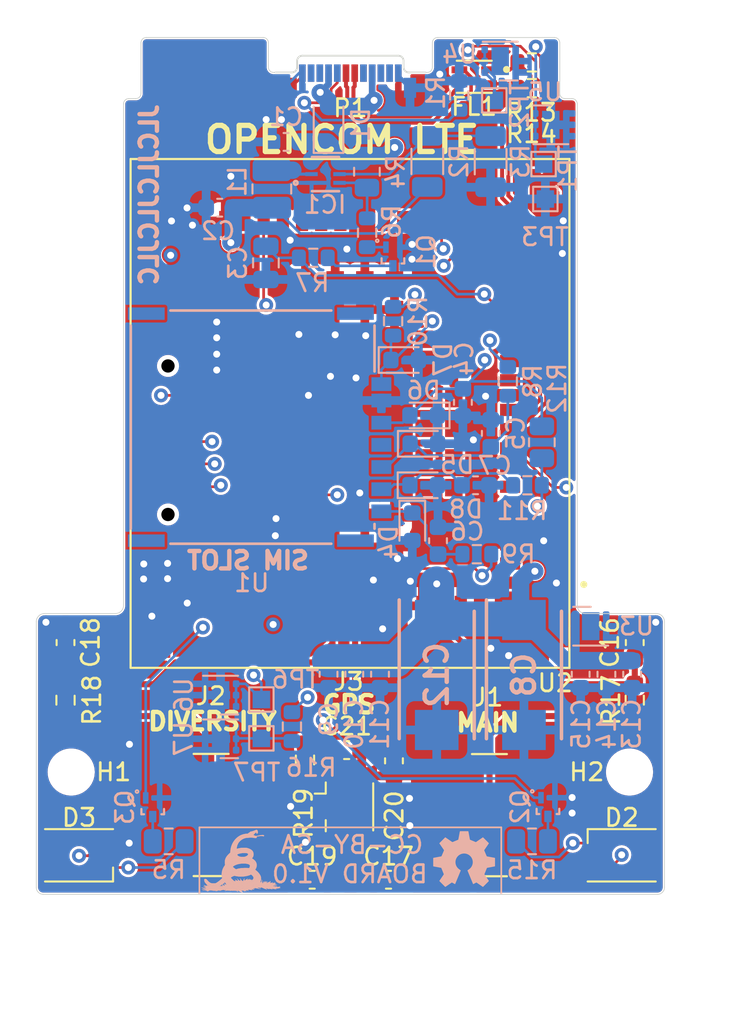
<source format=kicad_pcb>
(kicad_pcb (version 20221018) (generator pcbnew)

  (general
    (thickness 1.6)
  )

  (paper "A4")
  (layers
    (0 "F.Cu" signal)
    (1 "In1.Cu" signal)
    (2 "In2.Cu" signal)
    (31 "B.Cu" signal)
    (32 "B.Adhes" user "B.Adhesive")
    (33 "F.Adhes" user "F.Adhesive")
    (34 "B.Paste" user)
    (35 "F.Paste" user)
    (36 "B.SilkS" user "B.Silkscreen")
    (37 "F.SilkS" user "F.Silkscreen")
    (38 "B.Mask" user)
    (39 "F.Mask" user)
    (40 "Dwgs.User" user "User.Drawings")
    (41 "Cmts.User" user "User.Comments")
    (42 "Eco1.User" user "User.Eco1")
    (43 "Eco2.User" user "User.Eco2")
    (44 "Edge.Cuts" user)
    (45 "Margin" user)
    (46 "B.CrtYd" user "B.Courtyard")
    (47 "F.CrtYd" user "F.Courtyard")
    (48 "B.Fab" user)
    (49 "F.Fab" user)
    (50 "User.1" user)
    (51 "User.2" user)
    (52 "User.3" user)
    (53 "User.4" user)
    (54 "User.5" user)
    (55 "User.6" user)
    (56 "User.7" user)
    (57 "User.8" user)
    (58 "User.9" user)
  )

  (setup
    (stackup
      (layer "F.SilkS" (type "Top Silk Screen"))
      (layer "F.Paste" (type "Top Solder Paste"))
      (layer "F.Mask" (type "Top Solder Mask") (thickness 0.01))
      (layer "F.Cu" (type "copper") (thickness 0.035))
      (layer "dielectric 1" (type "prepreg") (thickness 0.1) (material "FR4") (epsilon_r 4.5) (loss_tangent 0.02))
      (layer "In1.Cu" (type "copper") (thickness 0.035))
      (layer "dielectric 2" (type "core") (thickness 1.24) (material "FR4") (epsilon_r 4.5) (loss_tangent 0.02))
      (layer "In2.Cu" (type "copper") (thickness 0.035))
      (layer "dielectric 3" (type "prepreg") (thickness 0.1) (material "FR4") (epsilon_r 4.5) (loss_tangent 0.02))
      (layer "B.Cu" (type "copper") (thickness 0.035))
      (layer "B.Mask" (type "Bottom Solder Mask") (thickness 0.01))
      (layer "B.Paste" (type "Bottom Solder Paste"))
      (layer "B.SilkS" (type "Bottom Silk Screen"))
      (copper_finish "None")
      (dielectric_constraints no)
    )
    (pad_to_mask_clearance 0)
    (pcbplotparams
      (layerselection 0x00010fc_ffffffff)
      (plot_on_all_layers_selection 0x0000000_00000000)
      (disableapertmacros false)
      (usegerberextensions false)
      (usegerberattributes true)
      (usegerberadvancedattributes true)
      (creategerberjobfile true)
      (dashed_line_dash_ratio 12.000000)
      (dashed_line_gap_ratio 3.000000)
      (svgprecision 4)
      (plotframeref false)
      (viasonmask false)
      (mode 1)
      (useauxorigin false)
      (hpglpennumber 1)
      (hpglpenspeed 20)
      (hpglpendiameter 15.000000)
      (dxfpolygonmode true)
      (dxfimperialunits true)
      (dxfusepcbnewfont true)
      (psnegative false)
      (psa4output false)
      (plotreference true)
      (plotvalue true)
      (plotinvisibletext false)
      (sketchpadsonfab false)
      (subtractmaskfromsilk false)
      (outputformat 1)
      (mirror false)
      (drillshape 0)
      (scaleselection 1)
      (outputdirectory "")
    )
  )

  (net 0 "")
  (net 1 "VBUS")
  (net 2 "GND")
  (net 3 "+3V8")
  (net 4 "/POWER_GOOD")
  (net 5 "/USIM_PRESENCE")
  (net 6 "/ANT_MAIN")
  (net 7 "/ANT_DIV")
  (net 8 "/ANT_GNSS")
  (net 9 "Net-(J3-In)")
  (net 10 "Net-(D1-A)")
  (net 11 "Net-(D2-K)")
  (net 12 "Net-(D3-K)")
  (net 13 "/USB_D+")
  (net 14 "/USB_D-")
  (net 15 "Net-(IC1-SW)")
  (net 16 "Net-(IC1-FB)")
  (net 17 "Net-(IC1-PG)")
  (net 18 "Net-(P1-CC)")
  (net 19 "unconnected-(P1-VCONN-PadB5)")
  (net 20 "Net-(Q1-B)")
  (net 21 "Net-(Q1-C)")
  (net 22 "/NETLIGHT")
  (net 23 "Net-(Q2-C)")
  (net 24 "/STATUS")
  (net 25 "Net-(Q3-C)")
  (net 26 "/USIM_RST")
  (net 27 "/USIM_CLK")
  (net 28 "/VDD_EXT")
  (net 29 "/USIM_DATA")
  (net 30 "Net-(R13-Pad1)")
  (net 31 "Net-(R14-Pad1)")
  (net 32 "Net-(R16-Pad2)")
  (net 33 "Net-(U2-USB_BOOT)")
  (net 34 "unconnected-(U1-VPP-PadC6)")
  (net 35 "unconnected-(U2-RESET_N-Pad17)")
  (net 36 "unconnected-(U2-PCM_DOUT-Pad7)")
  (net 37 "unconnected-(U2-PCM_DIN-Pad6)")
  (net 38 "unconnected-(U2-PCM_SYNC-Pad5)")
  (net 39 "unconnected-(U2-PCM_CLK-Pad4)")
  (net 40 "unconnected-(U2-RI-Pad39)")
  (net 41 "unconnected-(U2-DCD-Pad38)")
  (net 42 "unconnected-(U2-RTS-Pad37)")
  (net 43 "unconnected-(U2-CTS-Pad36)")
  (net 44 "unconnected-(U2-TXD-Pad35)")
  (net 45 "unconnected-(U2-RXD-Pad34)")
  (net 46 "unconnected-(U2-I2C_SCL-Pad40)")
  (net 47 "unconnected-(U2-I2C_SDA-Pad41)")
  (net 48 "unconnected-(U2-ADC0-Pad24)")
  (net 49 "unconnected-(U2-AP_READY-Pad19)")
  (net 50 "unconnected-(U2-DTR-Pad30)")
  (net 51 "unconnected-(U2-SPI_MISO-Pad28)")
  (net 52 "unconnected-(U2-SPI_MOSI-Pad27)")
  (net 53 "unconnected-(U2-SPI_CLK-Pad26)")
  (net 54 "unconnected-(U2-USIM2_RST-Pad85)")
  (net 55 "unconnected-(U2-USIM2_CLK-Pad84)")
  (net 56 "unconnected-(U2-USIM2_PRESENCE-Pad83)")
  (net 57 "unconnected-(U2-USIM2_DATA-Pad86)")
  (net 58 "unconnected-(U2-USIM2_VDD-Pad87)")
  (net 59 "/USIM_VDD")
  (net 60 "Net-(U1-RST)")
  (net 61 "Net-(U1-CLK)")
  (net 62 "Net-(U1-I{slash}O)")
  (net 63 "Net-(C17-Pad1)")
  (net 64 "Net-(C19-Pad1)")
  (net 65 "/USBC_D+")
  (net 66 "/USBC_D-")
  (net 67 "unconnected-(U2-RESERVED-Pad18)")
  (net 68 "unconnected-(U2-DBG_RXD-Pad22)")

  (footprint "CONSMA002-SMD:LINX_CONSMA002-SMD" (layer "F.Cu") (at 151.72 141.7))

  (footprint "Resistor_SMD:R_0603_1608Metric" (layer "F.Cu") (at 154.15 98.575 180))

  (footprint "Resistor_SMD:R_0603_1608Metric_Pad0.98x0.95mm_HandSolder" (layer "F.Cu") (at 160.05 135.1125 -90))

  (footprint "LED_SMD:LED_Cree-PLCC4_3.2x2.8mm_CCW" (layer "F.Cu") (at 128.2 144 180))

  (footprint "Capacitor_SMD:C_0603_1608Metric_Pad1.08x0.95mm_HandSolder" (layer "F.Cu") (at 146.25 138.5875 -90))

  (footprint "Resistor_SMD:R_0603_1608Metric_Pad0.98x0.95mm_HandSolder" (layer "F.Cu") (at 141.15 138.5375 -90))

  (footprint "Connector_USB:USB_C_Plug_Molex_105444" (layer "F.Cu") (at 143.75 99.15))

  (footprint "MountingHole:MountingHole_2.2mm_M2" (layer "F.Cu") (at 159.75 139.23))

  (footprint "LED_SMD:LED_Cree-PLCC4_3.2x2.8mm_CCW" (layer "F.Cu") (at 159.3 144))

  (footprint "CONSMA002-SMD:LINX_CONSMA002-SMD" (layer "F.Cu") (at 135.77 141.69))

  (footprint "Capacitor_SMD:C_0603_1608Metric_Pad1.08x0.95mm_HandSolder" (layer "F.Cu") (at 160.05 131.8125 90))

  (footprint "Capacitor_SMD:C_0603_1608Metric_Pad1.08x0.95mm_HandSolder" (layer "F.Cu") (at 141.5625 145.4))

  (footprint "Capacitor_SMD:C_0603_1608Metric_Pad1.08x0.95mm_HandSolder" (layer "F.Cu") (at 127.425 131.8125 90))

  (footprint "Capacitor_SMD:C_0603_1608Metric_Pad1.08x0.95mm_HandSolder" (layer "F.Cu") (at 145.9375 145.4 180))

  (footprint "Capacitor_SMD:C_0603_1608Metric_Pad1.08x0.95mm_HandSolder" (layer "F.Cu") (at 143.5375 137.975))

  (footprint "Resistor_SMD:R_0603_1608Metric_Pad0.98x0.95mm_HandSolder" (layer "F.Cu") (at 127.425 135.1125 -90))

  (footprint "MountingHole:MountingHole_2.2mm_M2" (layer "F.Cu") (at 127.75 139.23))

  (footprint "Resistor_SMD:R_0603_1608Metric" (layer "F.Cu") (at 154.15 100.05 180))

  (footprint "DLW21SN900SQ2L:FIL_DLW21SN900SQ2L" (layer "F.Cu") (at 150.85 99.4 180))

  (footprint "EG95:XCVR_EG95" (layer "F.Cu")
    (tstamp f851ed5b-4e23-405b-b1aa-e8d65dde7576)
    (at 143.73 118.685 180)
    (property "MANUFACTURER" "Quectel")
    (property "MAXIMUM_PACKAGE_HEIGHT" "2.5mm")
    (property "PARTREV" "1.5")
    (property "STANDARD" "Manufacturer Recommendations")
    (property "Sheetfile" "Roamer.kicad_sch")
    (property "Sheetname" "")
    (path "/e6a6b14f-fc94-4e9b-b34c-71e0e50cdc39")
    (attr smd)
    (fp_text reference "U2" (at -11.76 -15.445) (layer "F.SilkS")
        (effects (font (size 1 1) (thickness 0.153)))
      (tstamp 1d464947-5842-4187-a9bd-c30a4e55b624)
    )
    (fp_text value "EG95" (at -12.635 15.715) (layer "F.Fab")
        (effects (font (size 1 1) (thickness 0.15)))
      (tstamp 7b80973e-b338-4301-a0a8-35a68cefc798)
    )
    (fp_circle (center -5.95 -4.25) (end -5.478 -4.25)
      (stroke (width 0) (type solid)) (fill solid) (layer "F.Paste") (tstamp 67d3b74d-81a9-43e5-82a0-a58ecb94a205))
    (fp_circle (center -5.95 -2.55) (end -5.478 -2.55)
      (stroke (width 0) (type solid)) (fill solid) (layer "F.Paste") (tstamp 12d7749c-79c9-41a7-b0f5-19f3bfe17632))
    (fp_circle (center -5.95 -0.85) (end -5.478 -0.85)
      (stroke (width 0) (type solid)) (fill solid) (layer "F.Paste") (tstamp 4e384b70-bee1-4f3c-923a-35ca47ab2658))
    (fp_circle (center -5.95 0.85) (end -5.478 0.85)
      (stroke (width 0) (type solid)) (fill solid) (layer "F.Paste") (tstamp 6d05fc8f-1146-4558-87f4-124d02db3765))
    (fp_circle (center -5.95 2.55) (end -5.478 2.55)
      (stroke (width 0) (type solid)) (fill solid) (layer "F.Paste") (tstamp 357ed333-a131-4460-9f03-f99d16791163))
    (fp_circle (center -5.95 4.25) (end -5.478 4.25)
      (stroke (width 0) (type solid)) (fill solid) (layer "F.Paste") (tstamp 63f94867-3c9e-4667-930a-fee0f1e2ebe2))
    (fp_circle (center -4.25 -4.25) (end -3.778 -4.25)
      (stroke (width 0) (type solid)) (fill solid) (layer "F.Paste") (tstamp 13cc66c6-7510-4e83-a694-d08949b734e5))
    (fp_circle (center -4.25 -2.55) (end -3.778 -2.55)
      (stroke (width 0) (type solid)) (fill solid) (layer "F.Paste") (tstamp 8c7a9cf3-ddbd-4b7c-bebc-49031a5e6d73))
    (fp_circle (center -4.25 -0.85) (end -3.778 -0.85)
      (stroke (width 0) (type solid)) (fill solid) (layer "F.Paste") (tstamp 3d9d3b4e-af9b-4dbc-9336-c29b3746faba))
    (fp_circle (center -4.25 0.85) (end -3.778 0.85)
      (stroke (width 0) (type solid)) (fill solid) (layer "F.Paste") (tstamp 690ddcd6-4d8e-42c0-ad75-ff9db3797b01))
    (fp_circle (center -4.25 2.55) (end -3.778 2.55)
      (stroke (width 0) (type solid)) (fill solid) (layer "F.Paste") (tstamp 75b36f97-51b2-4f40-b557-750c42c33062))
    (fp_circle (center -4.25 4.25) (end -3.778 4.25)
      (stroke (width 0) (type solid)) (fill solid) (layer "F.Paste") (tstamp 4e758d36-1513-487c-9267-fc087fa18d60))
    (fp_circle (center -2.55 -7.65) (end -2.078 -7.65)
      (stroke (width 0) (type solid)) (fill solid) (layer "F.Paste") (tstamp 3633692c-49f1-42ca-94b0-b891b5a33b8a))
    (fp_circle (center -2.55 -5.95) (end -2.078 -5.95)
      (stroke (width 0) (type solid)) (fill solid) (layer "F.Paste") (tstamp daf7962a-2a44-472f-b9c9-8c84ea1849f8))
    (fp_circle (center -2.55 5.95) (end -2.078 5.95)
      (stroke (width 0) (type solid)) (fill solid) (layer "F.Paste") (tstamp 32fabbac-dc5d-4778-92ac-b5c62bce09fe))
    (fp_circle (center -2.55 7.65) (end -2.078 7.65)
      (stroke (width 0) (type solid)) (fill solid) (layer "F.Paste") (tstamp b9df1aa6-a689-4293-8753-7c59f8230178))
    (fp_circle (center -0.85 -7.65) (end -0.378 -7.65)
      (stroke (width 0) (type solid)) (fill solid) (layer "F.Paste") (tstamp 4d0be172-5136-470d-b73a-7a8cb51ed73c))
    (fp_circle (center -0.85 -5.95) (end -0.378 -5.95)
      (stroke (width 0) (type solid)) (fill solid) (layer "F.Paste") (tstamp e9ad7bc7-db7f-41e8-8090-37c9b439c87a))
    (fp_circle (center -0.85 5.95) (end -0.378 5.95)
      (stroke (width 0) (type solid)) (fill solid) (layer "F.Paste") (tstamp 4a30cd4e-e496-41e4-82a6-3686d3ecb188))
    (fp_circle (center -0.85 7.65) (end -0.378 7.65)
      (stroke (width 0) (type solid)) (fill solid) (layer "F.Paste") (tstamp 55b8e7ce-c026-444a-87d3-c25fb53b51c9))
    (fp_circle (center 0.85 -7.65) (end 1.322 -7.65)
      (stroke (width 0) (type solid)) (fill solid) (layer "F.Paste") (tstamp 32b20396-c9b0-4873-b9ba-fa2c66fc98d1))
    (fp_circle (center 0.85 -5.95) (end 1.322 -5.95)
      (stroke (width 0) (type solid)) (fill solid) (layer "F.Paste") (tstamp e03b0b90-06f2-4e0d-a234-628bf843efeb))
    (fp_circle (center 0.85 5.95) (end 1.322 5.95)
      (stroke (width 0) (type solid)) (fill solid) (layer "F.Paste") (tstamp 117ba3fd-2c95-455c-a1fb-79870f2b7c3e))
    (fp_circle (center 0.85 7.65) (end 1.322 7.65)
      (stroke (width 0) (type solid)) (fill solid) (layer "F.Paste") (tstamp 9cebe8bb-5944-4532-84f3-4db69cb5a267))
    (fp_circle (center 2.55 -7.65) (end 3.022 -7.65)
      (stroke (width 0) (type solid)) (fill solid) (layer "F.Paste") (tstamp 4591d32e-0bfd-40f2-a436-d8c4a8df7b9c))
    (fp_circle (center 2.55 -5.95) (end 3.022 -5.95)
      (stroke (width 0) (type solid)) (fill solid) (layer "F.Paste") (tstamp 27feb6eb-48a0-44e1-945e-be4be8aa40cb))
    (fp_circle (center 2.55 5.95) (end 3.022 5.95)
      (stroke (width 0) (type solid)) (fill solid) (layer "F.Paste") (tstamp d0d20436-b778-4fa3-9675-56b791c3d56f))
    (fp_circle (center 2.55 7.65) (end 3.022 7.65)
      (stroke (width 0) (type solid)) (fill solid) (layer "F.Paste") (tstamp defa867d-6b76-49c8-bb58-cf6b459a29a2))
    (fp_circle (center 4.25 -4.25) (end 4.722 -4.25)
      (stroke (width 0) (type solid)) (fill solid) (layer "F.Paste") (tstamp 025de2ef-81a6-402c-bdfe-0f3340f36076))
    (fp_circle (center 4.25 -2.55) (end 4.722 -2.55)
      (stroke (width 0) (type solid)) (fill solid) (layer "F.Paste") (tstamp 920f3030-f3a9-49d9-98b1-ba1e7a6cde5b))
    (fp_circle (center 4.25 -0.85) (end 4.722 -0.85)
      (stroke (width 0) (type solid)) (fill solid) (layer "F.Paste") (tstamp cf2d715c-b57e-4e29-b1b7-62efa84a9561))
    (fp_circle (center 4.25 0.85) (end 4.722 0.85)
      (stroke (width 0) (type solid)) (fill solid) (layer "F.Paste") (tstamp ca71414b-1dcf-458c-9ec7-99f7644ea8d3))
    (fp_circle (center 4.25 2.55) (end 4.722 2.55)
      (stroke (width 0) (type solid)) (fill solid) (layer "F.Paste") (tstamp c74df507-238b-4f61-b908-673a0ad914c0))
    (fp_circle (center 4.25 4.25) (end 4.722 4.25)
      (stroke (width 0) (type solid)) (fill solid) (layer "F.Paste") (tstamp 89941a95-52f2-4f01-b5ae-ea2ee97dc086))
    (fp_circle (center 5.95 -4.25) (end 6.422 -4.25)
      (stroke (width 0) (type solid)) (fill solid) (layer "F.Paste") (tstamp 464d7fed-1c31-488c-ad54-5f06dec5a552))
    (fp_circle (center 5.95 -2.55) (end 6.422 -2.55)
      (stroke (width 0) (type solid)) (fill solid) (layer "F.Paste") (tstamp 7989918b-1f57-4399-89ef-f58e0c36eb2c))
    (fp_circle (center 5.95 -0.85) (end 6.422 -0.85)
      (stroke (width 0) (type solid)) (fill solid) (layer "F.Paste") (tstamp 338601a2-47bf-49f9-ba85-32e5a710140d))
    (fp_circle (center 5.95 0.85) (end 6.422 0.85)
      (stroke (width 0) (type solid)) (fill solid) (layer "F.Paste") (tstamp 12da4203-b063-4a2b-968e-3657dc112560))
    (fp_circle (center 5.95 2.55) (end 6.422 2.55)
      (stroke (width 0) (type solid)) (fill solid) (layer "F.Paste") (tstamp 7f6528a6-3a92-4aca-ba64-fc076fca4400))
    (fp_circle (center 5.95 4.25) (end 6.422 4.25)
      (stroke (width 0) (type solid)) (fill solid) (layer "F.Paste") (tstamp faf3a879-e27f-4ff1-b81f-1530938d56fc))
    (fp_poly
      (pts
        (xy -11.66 -13.66)
        (xy -10.64 -13.66)
        (xy -10.64 -12.64)
        (xy -11.66 -12.64)
      )

      (stroke (width 0.01) (type solid)) (fill solid) (layer "F.Paste") (tstamp a4cf9f7c-fc80-4a6e-8aed-8618a06b9c70))
    (fp_poly
      (pts
        (xy -10.54 13.56)
        (xy -10.78 13.56)
        (xy -11.56 12.78)
        (xy -11.56 12.54)
        (xy -10.54 12.54)
      )

      (stroke (width 0.0001) (type solid)) (fill solid) (layer "F.Paste") (tstamp 36e8bdf4-fab0-480a-ae07-fd85752c3d27))
    (fp_poly
      (pts
        (xy -10.54 13.56)
        (xy -10.78 13.56)
        (xy -11.56 12.78)
        (xy -11.56 12.54)
        (xy -10.54 12.54)
      )

      (stroke (width 0.0001) (type solid)) (fill solid) (layer "F.Paste") (tstamp fb33d6b7-c026-42c4-b8ab-e0e13b2d656e))
    (fp_poly
      (pts
        (xy 10.54 -13.56)
        (xy 10.78 -13.56)
        (xy 11.56 -12.78)
        (xy 11.56 -12.54)
        (xy 10.54 -12.54)
      )

      (stroke (width 0.0001) (type solid)) (fill solid) (layer "F.Paste") (tstamp 74c62a22-a856-4ac7-bb7a-1febdc12e728))
    (fp_poly
      (pts
        (xy 10.54 13.56)
        (xy 10.78 13.56)
        (xy 11.56 12.78)
        (xy 11.56 12.54)
        (xy 10.54 12.54)
      )

      (stroke (width 0.0001) (type solid)) (fill solid) (layer "F.Paste") (tstamp c4360858-c8a5-42dc-836e-f31e91c33908))
    (fp_poly
      (pts
        (xy -9.525 -9.98)
        (xy -8.825 -9.98)
        (xy -8.819 -9.98)
        (xy -8.814 -9.979)
        (xy -8.808 -9.979)
        (xy -8.802 -9.978)
        (xy -8.797 -9.976)
        (xy -8.791 -9.975)
        (xy -8.786 -9.973)
        (xy -8.78 -9.97)
        (xy -8.775 -9.968)
        (xy -8.77 -9.965)
        (xy -8.765 -9.962)
        (xy -8.76 -9.959)
        (xy -8.756 -9.955)
        (xy -8.751 -9.952)
        (xy -8.747 -9.948)
        (xy -8.743 -9.944)
        (xy -8.74 -9.939)
        (xy -8.736 -9.935)
        (xy -8.733 -9.93)
        (xy -8.73 -9.925)
        (xy -8.727 -9.92)
        (xy -8.725 -9.915)
        (xy -8.722 -9.909)
        (xy -8.72 -9.904)
        (xy -8.719 -9.898)
        (xy -8.717 -9.893)
        (xy -8.716 -9.887)
        (xy -8.716 -9.881)
        (xy -8.715 -9.876)
        (xy -8.715 -9.87)
        (xy -8.715 -9.53)
        (xy -8.715 -9.524)
        (xy -8.716 -9.519)
        (xy -8.716 -9.513)
        (xy -8.717 -9.507)
        (xy -8.719 -9.502)
        (xy -8.72 -9.496)
        (xy -8.722 -9.491)
        (xy -8.725 -9.485)
        (xy -8.727 -9.48)
        (xy -8.73 -9.475)
        (xy -8.733 -9.47)
        (xy -8.736 -9.465)
        (xy -8.74 -9.461)
        (xy -8.743 -9.456)
        (xy -8.747 -9.452)
        (xy -8.751 -9.448)
        (xy -8.756 -9.445)
        (xy -8.76 -9.441)
        (xy -8.765 -9.438)
        (xy -8.77 -9.435)
        (xy -8.775 -9.432)
        (xy -8.78 -9.43)
        (xy -8.786 -9.427)
        (xy -8.791 -9.425)
        (xy -8.797 -9.424)
        (xy -8.802 -9.422)
        (xy -8.808 -9.421)
        (xy -8.814 -9.421)
        (xy -8.819 -9.42)
        (xy -8.825 -9.42)
        (xy -9.525 -9.42)
        (xy -9.531 -9.42)
        (xy -9.536 -9.421)
        (xy -9.542 -9.421)
        (xy -9.548 -9.422)
        (xy -9.553 -9.424)
        (xy -9.559 -9.425)
        (xy -9.564 -9.427)
        (xy -9.57 -9.43)
        (xy -9.575 -9.432)
        (xy -9.58 -9.435)
        (xy -9.585 -9.438)
        (xy -9.59 -9.441)
        (xy -9.594 -9.445)
        (xy -9.599 -9.448)
        (xy -9.603 -9.452)
        (xy -9.607 -9.456)
        (xy -9.61 -9.461)
        (xy -9.614 -9.465)
        (xy -9.617 -9.47)
        (xy -9.62 -9.475)
        (xy -9.623 -9.48)
        (xy -9.625 -9.485)
        (xy -9.628 -9.491)
        (xy -9.63 -9.496)
        (xy -9.631 -9.502)
        (xy -9.633 -9.507)
        (xy -9.634 -9.513)
        (xy -9.634 -9.519)
        (xy -9.635 -9.524)
        (xy -9.635 -9.53)
        (xy -9.635 -9.87)
        (xy -9.635 -9.876)
        (xy -9.634 -9.881)
        (xy -9.634 -9.887)
        (xy -9.633 -9.893)
        (xy -9.631 -9.898)
        (xy -9.63 -9.904)
        (xy -9.628 -9.909)
        (xy -9.625 -9.915)
        (xy -9.623 -9.92)
        (xy -9.62 -9.925)
        (xy -9.617 -9.93)
        (xy -9.614 -9.935)
        (xy -9.61 -9.939)
        (xy -9.607 -9.944)
        (xy -9.603 -9.948)
        (xy -9.599 -9.952)
        (xy -9.594 -9.955)
        (xy -9.59 -9.959)
        (xy -9.585 -9.962)
        (xy -9.58 -9.965)
        (xy -9.575 -9.968)
        (xy -9.57 -9.97)
        (xy -9.564 -9.973)
        (xy -9.559 -9.975)
        (xy -9.553 -9.976)
        (xy -9.548 -9.978)
        (xy -9.542 -9.979)
        (xy -9.536 -9.979)
        (xy -9.531 -9.98)
        (xy -9.525 -9.98)
      )

      (stroke (width 0.0001) (type solid)) (fill solid) (layer "F.Paste") (tstamp 381fb920-c57b-4d2c-bff1-181bec3e7f23))
    (fp_poly
      (pts
        (xy -9.525 -8.88)
        (xy -8.825 -8.88)
        (xy -8.819 -8.88)
        (xy -8.814 -8.879)
        (xy -8.808 -8.879)
        (xy -8.802 -8.878)
        (xy -8.797 -8.876)
        (xy -8.791 -8.875)
        (xy -8.786 -8.873)
        (xy -8.78 -8.87)
        (xy -8.775 -8.868)
        (xy -8.77 -8.865)
        (xy -8.765 -8.862)
        (xy -8.76 -8.859)
        (xy -8.756 -8.855)
        (xy -8.751 -8.852)
        (xy -8.747 -8.848)
        (xy -8.743 -8.844)
        (xy -8.74 -8.839)
        (xy -8.736 -8.835)
        (xy -8.733 -8.83)
        (xy -8.73 -8.825)
        (xy -8.727 -8.82)
        (xy -8.725 -8.815)
        (xy -8.722 -8.809)
        (xy -8.72 -8.804)
        (xy -8.719 -8.798)
        (xy -8.717 -8.793)
        (xy -8.716 -8.787)
        (xy -8.716 -8.781)
        (xy -8.715 -8.776)
        (xy -8.715 -8.77)
        (xy -8.715 -8.43)
        (xy -8.715 -8.424)
        (xy -8.716 -8.419)
        (xy -8.716 -8.413)
        (xy -8.717 -8.407)
        (xy -8.719 -8.402)
        (xy -8.72 -8.396)
        (xy -8.722 -8.391)
        (xy -8.725 -8.385)
        (xy -8.727 -8.38)
        (xy -8.73 -8.375)
        (xy -8.733 -8.37)
        (xy -8.736 -8.365)
        (xy -8.74 -8.361)
        (xy -8.743 -8.356)
        (xy -8.747 -8.352)
        (xy -8.751 -8.348)
        (xy -8.756 -8.345)
        (xy -8.76 -8.341)
        (xy -8.765 -8.338)
        (xy -8.77 -8.335)
        (xy -8.775 -8.332)
        (xy -8.78 -8.33)
        (xy -8.786 -8.327)
        (xy -8.791 -8.325)
        (xy -8.797 -8.324)
        (xy -8.802 -8.322)
        (xy -8.808 -8.321)
        (xy -8.814 -8.321)
        (xy -8.819 -8.32)
        (xy -8.825 -8.32)
        (xy -9.525 -8.32)
        (xy -9.531 -8.32)
        (xy -9.536 -8.321)
        (xy -9.542 -8.321)
        (xy -9.548 -8.322)
        (xy -9.553 -8.324)
        (xy -9.559 -8.325)
        (xy -9.564 -8.327)
        (xy -9.57 -8.33)
        (xy -9.575 -8.332)
        (xy -9.58 -8.335)
        (xy -9.585 -8.338)
        (xy -9.59 -8.341)
        (xy -9.594 -8.345)
        (xy -9.599 -8.348)
        (xy -9.603 -8.352)
        (xy -9.607 -8.356)
        (xy -9.61 -8.361)
        (xy -9.614 -8.365)
        (xy -9.617 -8.37)
        (xy -9.62 -8.375)
        (xy -9.623 -8.38)
        (xy -9.625 -8.385)
        (xy -9.628 -8.391)
        (xy -9.63 -8.396)
        (xy -9.631 -8.402)
        (xy -9.633 -8.407)
        (xy -9.634 -8.413)
        (xy -9.634 -8.419)
        (xy -9.635 -8.424)
        (xy -9.635 -8.43)
        (xy -9.635 -8.77)
        (xy -9.635 -8.776)
        (xy -9.634 -8.781)
        (xy -9.634 -8.787)
        (xy -9.633 -8.793)
        (xy -9.631 -8.798)
        (xy -9.63 -8.804)
        (xy -9.628 -8.809)
        (xy -9.625 -8.815)
        (xy -9.623 -8.82)
        (xy -9.62 -8.825)
        (xy -9.617 -8.83)
        (xy -9.614 -8.835)
        (xy -9.61 -8.839)
        (xy -9.607 -8.844)
        (xy -9.603 -8.848)
        (xy -9.599 -8.852)
        (xy -9.594 -8.855)
        (xy -9.59 -8.859)
        (xy -9.585 -8.862)
        (xy -9.58 -8.865)
        (xy -9.575 -8.868)
        (xy -9.57 -8.87)
        (xy -9.564 -8.873)
        (xy -9.559 -8.875)
        (xy -9.553 -8.876)
        (xy -9.548 -8.878)
        (xy -9.542 -8.879)
        (xy -9.536 -8.879)
        (xy -9.531 -8.88)
        (xy -9.525 -8.88)
      )

      (stroke (width 0.0001) (type solid)) (fill solid) (layer "F.Paste") (tstamp 15a79106-df97-4493-8a49-601ca5566463))
    (fp_poly
      (pts
        (xy -9.525 -7.78)
        (xy -8.825 -7.78)
        (xy -8.819 -7.78)
        (xy -8.814 -7.779)
        (xy -8.808 -7.779)
        (xy -8.802 -7.778)
        (xy -8.797 -7.776)
        (xy -8.791 -7.775)
        (xy -8.786 -7.773)
        (xy -8.78 -7.77)
        (xy -8.775 -7.768)
        (xy -8.77 -7.765)
        (xy -8.765 -7.762)
        (xy -8.76 -7.759)
        (xy -8.756 -7.755)
        (xy -8.751 -7.752)
        (xy -8.747 -7.748)
        (xy -8.743 -7.744)
        (xy -8.74 -7.739)
        (xy -8.736 -7.735)
        (xy -8.733 -7.73)
        (xy -8.73 -7.725)
        (xy -8.727 -7.72)
        (xy -8.725 -7.715)
        (xy -8.722 -7.709)
        (xy -8.72 -7.704)
        (xy -8.719 -7.698)
        (xy -8.717 -7.693)
        (xy -8.716 -7.687)
        (xy -8.716 -7.681)
        (xy -8.715 -7.676)
        (xy -8.715 -7.67)
        (xy -8.715 -7.33)
        (xy -8.715 -7.324)
        (xy -8.716 -7.319)
        (xy -8.716 -7.313)
        (xy -8.717 -7.307)
        (xy -8.719 -7.302)
        (xy -8.72 -7.296)
        (xy -8.722 -7.291)
        (xy -8.725 -7.285)
        (xy -8.727 -7.28)
        (xy -8.73 -7.275)
        (xy -8.733 -7.27)
        (xy -8.736 -7.265)
        (xy -8.74 -7.261)
        (xy -8.743 -7.256)
        (xy -8.747 -7.252)
        (xy -8.751 -7.248)
        (xy -8.756 -7.245)
        (xy -8.76 -7.241)
        (xy -8.765 -7.238)
        (xy -8.77 -7.235)
        (xy -8.775 -7.232)
        (xy -8.78 -7.23)
        (xy -8.786 -7.227)
        (xy -8.791 -7.225)
        (xy -8.797 -7.224)
        (xy -8.802 -7.222)
        (xy -8.808 -7.221)
        (xy -8.814 -7.221)
        (xy -8.819 -7.22)
        (xy -8.825 -7.22)
        (xy -9.525 -7.22)
        (xy -9.531 -7.22)
        (xy -9.536 -7.221)
        (xy -9.542 -7.221)
        (xy -9.548 -7.222)
        (xy -9.553 -7.224)
        (xy -9.559 -7.225)
        (xy -9.564 -7.227)
        (xy -9.57 -7.23)
        (xy -9.575 -7.232)
        (xy -9.58 -7.235)
        (xy -9.585 -7.238)
        (xy -9.59 -7.241)
        (xy -9.594 -7.245)
        (xy -9.599 -7.248)
        (xy -9.603 -7.252)
        (xy -9.607 -7.256)
        (xy -9.61 -7.261)
        (xy -9.614 -7.265)
        (xy -9.617 -7.27)
        (xy -9.62 -7.275)
        (xy -9.623 -7.28)
        (xy -9.625 -7.285)
        (xy -9.628 -7.291)
        (xy -9.63 -7.296)
        (xy -9.631 -7.302)
        (xy -9.633 -7.307)
        (xy -9.634 -7.313)
        (xy -9.634 -7.319)
        (xy -9.635 -7.324)
        (xy -9.635 -7.33)
        (xy -9.635 -7.67)
        (xy -9.635 -7.676)
        (xy -9.634 -7.681)
        (xy -9.634 -7.687)
        (xy -9.633 -7.693)
        (xy -9.631 -7.698)
        (xy -9.63 -7.704)
        (xy -9.628 -7.709)
        (xy -9.625 -7.715)
        (xy -9.623 -7.72)
        (xy -9.62 -7.725)
        (xy -9.617 -7.73)
        (xy -9.614 -7.735)
        (xy -9.61 -7.739)
        (xy -9.607 -7.744)
        (xy -9.603 -7.748)
        (xy -9.599 -7.752)
        (xy -9.594 -7.755)
        (xy -9.59 -7.759)
        (xy -9.585 -7.762)
        (xy -9.58 -7.765)
        (xy -9.575 -7.768)
        (xy -9.57 -7.77)
        (xy -9.564 -7.773)
        (xy -9.559 -7.775)
        (xy -9.553 -7.776)
        (xy -9.548 -7.778)
        (xy -9.542 -7.779)
        (xy -9.536 -7.779)
        (xy -9.531 -7.78)
        (xy -9.525 -7.78)
      )

      (stroke (width 0.0001) (type solid)) (fill solid) (layer "F.Paste") (tstamp 0c575af3-6ed1-46a3-bfde-38643bb7e524))
    (fp_poly
      (pts
        (xy -9.525 -6.68)
        (xy -8.825 -6.68)
        (xy -8.819 -6.68)
        (xy -8.814 -6.679)
        (xy -8.808 -6.679)
        (xy -8.802 -6.678)
        (xy -8.797 -6.676)
        (xy -8.791 -6.675)
        (xy -8.786 -6.673)
        (xy -8.78 -6.67)
        (xy -8.775 -6.668)
        (xy -8.77 -6.665)
        (xy -8.765 -6.662)
        (xy -8.76 -6.659)
        (xy -8.756 -6.655)
        (xy -8.751 -6.652)
        (xy -8.747 -6.648)
        (xy -8.743 -6.644)
        (xy -8.74 -6.639)
        (xy -8.736 -6.635)
        (xy -8.733 -6.63)
        (xy -8.73 -6.625)
        (xy -8.727 -6.62)
        (xy -8.725 -6.615)
        (xy -8.722 -6.609)
        (xy -8.72 -6.604)
        (xy -8.719 -6.598)
        (xy -8.717 -6.593)
        (xy -8.716 -6.587)
        (xy -8.716 -6.581)
        (xy -8.715 -6.576)
        (xy -8.715 -6.57)
        (xy -8.715 -6.23)
        (xy -8.715 -6.224)
        (xy -8.716 -6.219)
        (xy -8.716 -6.213)
        (xy -8.717 -6.207)
        (xy -8.719 -6.202)
        (xy -8.72 -6.196)
        (xy -8.722 -6.191)
        (xy -8.725 -6.185)
        (xy -8.727 -6.18)
        (xy -8.73 -6.175)
        (xy -8.733 -6.17)
        (xy -8.736 -6.165)
        (xy -8.74 -6.161)
        (xy -8.743 -6.156)
        (xy -8.747 -6.152)
        (xy -8.751 -6.148)
        (xy -8.756 -6.145)
        (xy -8.76 -6.141)
        (xy -8.765 -6.138)
        (xy -8.77 -6.135)
        (xy -8.775 -6.132)
        (xy -8.78 -6.13)
        (xy -8.786 -6.127)
        (xy -8.791 -6.125)
        (xy -8.797 -6.124)
        (xy -8.802 -6.122)
        (xy -8.808 -6.121)
        (xy -8.814 -6.121)
        (xy -8.819 -6.12)
        (xy -8.825 -6.12)
        (xy -9.525 -6.12)
        (xy -9.531 -6.12)
        (xy -9.536 -6.121)
        (xy -9.542 -6.121)
        (xy -9.548 -6.122)
        (xy -9.553 -6.124)
        (xy -9.559 -6.125)
        (xy -9.564 -6.127)
        (xy -9.57 -6.13)
        (xy -9.575 -6.132)
        (xy -9.58 -6.135)
        (xy -9.585 -6.138)
        (xy -9.59 -6.141)
        (xy -9.594 -6.145)
        (xy -9.599 -6.148)
        (xy -9.603 -6.152)
        (xy -9.607 -6.156)
        (xy -9.61 -6.161)
        (xy -9.614 -6.165)
        (xy -9.617 -6.17)
        (xy -9.62 -6.175)
        (xy -9.623 -6.18)
        (xy -9.625 -6.185)
        (xy -9.628 -6.191)
        (xy -9.63 -6.196)
        (xy -9.631 -6.202)
        (xy -9.633 -6.207)
        (xy -9.634 -6.213)
        (xy -9.634 -6.219)
        (xy -9.635 -6.224)
        (xy -9.635 -6.23)
        (xy -9.635 -6.57)
        (xy -9.635 -6.576)
        (xy -9.634 -6.581)
        (xy -9.634 -6.587)
        (xy -9.633 -6.593)
        (xy -9.631 -6.598)
        (xy -9.63 -6.604)
        (xy -9.628 -6.609)
        (xy -9.625 -6.615)
        (xy -9.623 -6.62)
        (xy -9.62 -6.625)
        (xy -9.617 -6.63)
        (xy -9.614 -6.635)
        (xy -9.61 -6.639)
        (xy -9.607 -6.644)
        (xy -9.603 -6.648)
        (xy -9.599 -6.652)
        (xy -9.594 -6.655)
        (xy -9.59 -6.659)
        (xy -9.585 -6.662)
        (xy -9.58 -6.665)
        (xy -9.575 -6.668)
        (xy -9.57 -6.67)
        (xy -9.564 -6.673)
        (xy -9.559 -6.675)
        (xy -9.553 -6.676)
        (xy -9.548 -6.678)
        (xy -9.542 -6.679)
        (xy -9.536 -6.679)
        (xy -9.531 -6.68)
        (xy -9.525 -6.68)
      )

      (stroke (width 0.0001) (type solid)) (fill solid) (layer "F.Paste") (tstamp 4a9d6eca-1bec-49f3-8d4a-6444aca6165c))
    (fp_poly
      (pts
        (xy -9.525 -5.58)
        (xy -8.825 -5.58)
        (xy -8.819 -5.58)
        (xy -8.814 -5.579)
        (xy -8.808 -5.579)
        (xy -8.802 -5.578)
        (xy -8.797 -5.576)
        (xy -8.791 -5.575)
        (xy -8.786 -5.573)
        (xy -8.78 -5.57)
        (xy -8.775 -5.568)
        (xy -8.77 -5.565)
        (xy -8.765 -5.562)
        (xy -8.76 -5.559)
        (xy -8.756 -5.555)
        (xy -8.751 -5.552)
        (xy -8.747 -5.548)
        (xy -8.743 -5.544)
        (xy -8.74 -5.539)
        (xy -8.736 -5.535)
        (xy -8.733 -5.53)
        (xy -8.73 -5.525)
        (xy -8.727 -5.52)
        (xy -8.725 -5.515)
        (xy -8.722 -5.509)
        (xy -8.72 -5.504)
        (xy -8.719 -5.498)
        (xy -8.717 -5.493)
        (xy -8.716 -5.487)
        (xy -8.716 -5.481)
        (xy -8.715 -5.476)
        (xy -8.715 -5.47)
        (xy -8.715 -5.13)
        (xy -8.715 -5.124)
        (xy -8.716 -5.119)
        (xy -8.716 -5.113)
        (xy -8.717 -5.107)
        (xy -8.719 -5.102)
        (xy -8.72 -5.096)
        (xy -8.722 -5.091)
        (xy -8.725 -5.085)
        (xy -8.727 -5.08)
        (xy -8.73 -5.075)
        (xy -8.733 -5.07)
        (xy -8.736 -5.065)
        (xy -8.74 -5.061)
        (xy -8.743 -5.056)
        (xy -8.747 -5.052)
        (xy -8.751 -5.048)
        (xy -8.756 -5.045)
        (xy -8.76 -5.041)
        (xy -8.765 -5.038)
        (xy -8.77 -5.035)
        (xy -8.775 -5.032)
        (xy -8.78 -5.03)
        (xy -8.786 -5.027)
        (xy -8.791 -5.025)
        (xy -8.797 -5.024)
        (xy -8.802 -5.022)
        (xy -8.808 -5.021)
        (xy -8.814 -5.021)
        (xy -8.819 -5.02)
        (xy -8.825 -5.02)
        (xy -9.525 -5.02)
        (xy -9.531 -5.02)
        (xy -9.536 -5.021)
        (xy -9.542 -5.021)
        (xy -9.548 -5.022)
        (xy -9.553 -5.024)
        (xy -9.559 -5.025)
        (xy -9.564 -5.027)
        (xy -9.57 -5.03)
        (xy -9.575 -5.032)
        (xy -9.58 -5.035)
        (xy -9.585 -5.038)
        (xy -9.59 -5.041)
        (xy -9.594 -5.045)
        (xy -9.599 -5.048)
        (xy -9.603 -5.052)
        (xy -9.607 -5.056)
        (xy -9.61 -5.061)
        (xy -9.614 -5.065)
        (xy -9.617 -5.07)
        (xy -9.62 -5.075)
        (xy -9.623 -5.08)
        (xy -9.625 -5.085)
        (xy -9.628 -5.091)
        (xy -9.63 -5.096)
        (xy -9.631 -5.102)
        (xy -9.633 -5.107)
        (xy -9.634 -5.113)
        (xy -9.634 -5.119)
        (xy -9.635 -5.124)
        (xy -9.635 -5.13)
        (xy -9.635 -5.47)
        (xy -9.635 -5.476)
        (xy -9.634 -5.481)
        (xy -9.634 -5.487)
        (xy -9.633 -5.493)
        (xy -9.631 -5.498)
        (xy -9.63 -5.504)
        (xy -9.628 -5.509)
        (xy -9.625 -5.515)
        (xy -9.623 -5.52)
        (xy -9.62 -5.525)
        (xy -9.617 -5.53)
        (xy -9.614 -5.535)
        (xy -9.61 -5.539)
        (xy -9.607 -5.544)
        (xy -9.603 -5.548)
        (xy -9.599 -5.552)
        (xy -9.594 -5.555)
        (xy -9.59 -5.559)
        (xy -9.585 -5.562)
        (xy -9.58 -5.565)
        (xy -9.575 -5.568)
        (xy -9.57 -5.57)
        (xy -9.564 -5.573)
        (xy -9.559 -5.575)
        (xy -9.553 -5.576)
        (xy -9.548 -5.578)
        (xy -9.542 -5.579)
        (xy -9.536 -5.579)
        (xy -9.531 -5.58)
        (xy -9.525 -5.58)
      )

      (stroke (width 0.0001) (type solid)) (fill solid) (layer "F.Paste") (tstamp e40f3414-f91c-4fbd-a4de-8dc5493441cf))
    (fp_poly
      (pts
        (xy -9.525 -4.48)
        (xy -8.825 -4.48)
        (xy -8.819 -4.48)
        (xy -8.814 -4.479)
        (xy -8.808 -4.479)
        (xy -8.802 -4.478)
        (xy -8.797 -4.476)
        (xy -8.791 -4.475)
        (xy -8.786 -4.473)
        (xy -8.78 -4.47)
        (xy -8.775 -4.468)
        (xy -8.77 -4.465)
        (xy -8.765 -4.462)
        (xy -8.76 -4.459)
        (xy -8.756 -4.455)
        (xy -8.751 -4.452)
        (xy -8.747 -4.448)
        (xy -8.743 -4.444)
        (xy -8.74 -4.439)
        (xy -8.736 -4.435)
        (xy -8.733 -4.43)
        (xy -8.73 -4.425)
        (xy -8.727 -4.42)
        (xy -8.725 -4.415)
        (xy -8.722 -4.409)
        (xy -8.72 -4.404)
        (xy -8.719 -4.398)
        (xy -8.717 -4.393)
        (xy -8.716 -4.387)
        (xy -8.716 -4.381)
        (xy -8.715 -4.376)
        (xy -8.715 -4.37)
        (xy -8.715 -4.03)
        (xy -8.715 -4.024)
        (xy -8.716 -4.019)
        (xy -8.716 -4.013)
        (xy -8.717 -4.007)
        (xy -8.719 -4.002)
        (xy -8.72 -3.996)
        (xy -8.722 -3.991)
        (xy -8.725 -3.985)
        (xy -8.727 -3.98)
        (xy -8.73 -3.975)
        (xy -8.733 -3.97)
        (xy -8.736 -3.965)
        (xy -8.74 -3.961)
        (xy -8.743 -3.956)
        (xy -8.747 -3.952)
        (xy -8.751 -3.948)
        (xy -8.756 -3.945)
        (xy -8.76 -3.941)
        (xy -8.765 -3.938)
        (xy -8.77 -3.935)
        (xy -8.775 -3.932)
        (xy -8.78 -3.93)
        (xy -8.786 -3.927)
        (xy -8.791 -3.925)
        (xy -8.797 -3.924)
        (xy -8.802 -3.922)
        (xy -8.808 -3.921)
        (xy -8.814 -3.921)
        (xy -8.819 -3.92)
        (xy -8.825 -3.92)
        (xy -9.525 -3.92)
        (xy -9.531 -3.92)
        (xy -9.536 -3.921)
        (xy -9.542 -3.921)
        (xy -9.548 -3.922)
        (xy -9.553 -3.924)
        (xy -9.559 -3.925)
        (xy -9.564 -3.927)
        (xy -9.57 -3.93)
        (xy -9.575 -3.932)
        (xy -9.58 -3.935)
        (xy -9.585 -3.938)
        (xy -9.59 -3.941)
        (xy -9.594 -3.945)
        (xy -9.599 -3.948)
        (xy -9.603 -3.952)
        (xy -9.607 -3.956)
        (xy -9.61 -3.961)
        (xy -9.614 -3.965)
        (xy -9.617 -3.97)
        (xy -9.62 -3.975)
        (xy -9.623 -3.98)
        (xy -9.625 -3.985)
        (xy -9.628 -3.991)
        (xy -9.63 -3.996)
        (xy -9.631 -4.002)
        (xy -9.633 -4.007)
        (xy -9.634 -4.013)
        (xy -9.634 -4.019)
        (xy -9.635 -4.024)
        (xy -9.635 -4.03)
        (xy -9.635 -4.37)
        (xy -9.635 -4.376)
        (xy -9.634 -4.381)
        (xy -9.634 -4.387)
        (xy -9.633 -4.393)
        (xy -9.631 -4.398)
        (xy -9.63 -4.404)
        (xy -9.628 -4.409)
        (xy -9.625 -4.415)
        (xy -9.623 -4.42)
        (xy -9.62 -4.425)
        (xy -9.617 -4.43)
        (xy -9.614 -4.435)
        (xy -9.61 -4.439)
        (xy -9.607 -4.444)
        (xy -9.603 -4.448)
        (xy -9.599 -4.452)
        (xy -9.594 -4.455)
        (xy -9.59 -4.459)
        (xy -9.585 -4.462)
        (xy -9.58 -4.465)
        (xy -9.575 -4.468)
        (xy -9.57 -4.47)
        (xy -9.564 -4.473)
        (xy -9.559 -4.475)
        (xy -9.553 -4.476)
        (xy -9.548 -4.478)
        (xy -9.542 -4.479)
        (xy -9.536 -4.479)
        (xy -9.531 -4.48)
        (xy -9.525 -4.48)
      )

      (stroke (width 0.0001) (type solid)) (fill solid) (layer "F.Paste") (tstamp 632251aa-57d5-41fd-a286-0fe541e8b458))
    (fp_poly
      (pts
        (xy -9.525 -3.38)
        (xy -8.825 -3.38)
        (xy -8.819 -3.38)
        (xy -8.814 -3.379)
        (xy -8.808 -3.379)
        (xy -8.802 -3.378)
        (xy -8.797 -3.376)
        (xy -8.791 -3.375)
        (xy -8.786 -3.373)
        (xy -8.78 -3.37)
        (xy -8.775 -3.368)
        (xy -8.77 -3.365)
        (xy -8.765 -3.362)
        (xy -8.76 -3.359)
        (xy -8.756 -3.355)
        (xy -8.751 -3.352)
        (xy -8.747 -3.348)
        (xy -8.743 -3.344)
        (xy -8.74 -3.339)
        (xy -8.736 -3.335)
        (xy -8.733 -3.33)
        (xy -8.73 -3.325)
        (xy -8.727 -3.32)
        (xy -8.725 -3.315)
        (xy -8.722 -3.309)
        (xy -8.72 -3.304)
        (xy -8.719 -3.298)
        (xy -8.717 -3.293)
        (xy -8.716 -3.287)
        (xy -8.716 -3.281)
        (xy -8.715 -3.276)
        (xy -8.715 -3.27)
        (xy -8.715 -2.93)
        (xy -8.715 -2.924)
        (xy -8.716 -2.919)
        (xy -8.716 -2.913)
        (xy -8.717 -2.907)
        (xy -8.719 -2.902)
        (xy -8.72 -2.896)
        (xy -8.722 -2.891)
        (xy -8.725 -2.885)
        (xy -8.727 -2.88)
        (xy -8.73 -2.875)
        (xy -8.733 -2.87)
        (xy -8.736 -2.865)
        (xy -8.74 -2.861)
        (xy -8.743 -2.856)
        (xy -8.747 -2.852)
        (xy -8.751 -2.848)
        (xy -8.756 -2.845)
        (xy -8.76 -2.841)
        (xy -8.765 -2.838)
        (xy -8.77 -2.835)
        (xy -8.775 -2.832)
        (xy -8.78 -2.83)
        (xy -8.786 -2.827)
        (xy -8.791 -2.825)
        (xy -8.797 -2.824)
        (xy -8.802 -2.822)
        (xy -8.808 -2.821)
        (xy -8.814 -2.821)
        (xy -8.819 -2.82)
        (xy -8.825 -2.82)
        (xy -9.525 -2.82)
        (xy -9.531 -2.82)
        (xy -9.536 -2.821)
        (xy -9.542 -2.821)
        (xy -9.548 -2.822)
        (xy -9.553 -2.824)
        (xy -9.559 -2.825)
        (xy -9.564 -2.827)
        (xy -9.57 -2.83)
        (xy -9.575 -2.832)
        (xy -9.58 -2.835)
        (xy -9.585 -2.838)
        (xy -9.59 -2.841)
        (xy -9.594 -2.845)
        (xy -9.599 -2.848)
        (xy -9.603 -2.852)
        (xy -9.607 -2.856)
        (xy -9.61 -2.861)
        (xy -9.614 -2.865)
        (xy -9.617 -2.87)
        (xy -9.62 -2.875)
        (xy -9.623 -2.88)
        (xy -9.625 -2.885)
        (xy -9.628 -2.891)
        (xy -9.63 -2.896)
        (xy -9.631 -2.902)
        (xy -9.633 -2.907)
        (xy -9.634 -2.913)
        (xy -9.634 -2.919)
        (xy -9.635 -2.924)
        (xy -9.635 -2.93)
        (xy -9.635 -3.27)
        (xy -9.635 -3.276)
        (xy -9.634 -3.281)
        (xy -9.634 -3.287)
        (xy -9.633 -3.293)
        (xy -9.631 -3.298)
        (xy -9.63 -3.304)
        (xy -9.628 -3.309)
        (xy -9.625 -3.315)
        (xy -9.623 -3.32)
        (xy -9.62 -3.325)
        (xy -9.617 -3.33)
        (xy -9.614 -3.335)
        (xy -9.61 -3.339)
        (xy -9.607 -3.344)
        (xy -9.603 -3.348)
        (xy -9.599 -3.352)
        (xy -9.594 -3.355)
        (xy -9.59 -3.359)
        (xy -9.585 -3.362)
        (xy -9.58 -3.365)
        (xy -9.575 -3.368)
        (xy -9.57 -3.37)
        (xy -9.564 -3.373)
        (xy -9.559 -3.375)
        (xy -9.553 -3.376)
        (xy -9.548 -3.378)
        (xy -9.542 -3.379)
        (xy -9.536 -3.379)
        (xy -9.531 -3.38)
        (xy -9.525 -3.38)
      )

      (stroke (width 0.0001) (type solid)) (fill solid) (layer "F.Paste") (tstamp 165f453a-045e-47a7-9b07-2475fb0ac687))
    (fp_poly
      (pts
        (xy -9.525 -2.28)
        (xy -8.825 -2.28)
        (xy -8.819 -2.28)
        (xy -8.814 -2.279)
        (xy -8.808 -2.279)
        (xy -8.802 -2.278)
        (xy -8.797 -2.276)
        (xy -8.791 -2.275)
        (xy -8.786 -2.273)
        (xy -8.78 -2.27)
        (xy -8.775 -2.268)
        (xy -8.77 -2.265)
        (xy -8.765 -2.262)
        (xy -8.76 -2.259)
        (xy -8.756 -2.255)
        (xy -8.751 -2.252)
        (xy -8.747 -2.248)
        (xy -8.743 -2.244)
        (xy -8.74 -2.239)
        (xy -8.736 -2.235)
        (xy -8.733 -2.23)
        (xy -8.73 -2.225)
        (xy -8.727 -2.22)
        (xy -8.725 -2.215)
        (xy -8.722 -2.209)
        (xy -8.72 -2.204)
        (xy -8.719 -2.198)
        (xy -8.717 -2.193)
        (xy -8.716 -2.187)
        (xy -8.716 -2.181)
        (xy -8.715 -2.176)
        (xy -8.715 -2.17)
        (xy -8.715 -1.83)
        (xy -8.715 -1.824)
        (xy -8.716 -1.819)
        (xy -8.716 -1.813)
        (xy -8.717 -1.807)
        (xy -8.719 -1.802)
        (xy -8.72 -1.796)
        (xy -8.722 -1.791)
        (xy -8.725 -1.785)
        (xy -8.727 -1.78)
        (xy -8.73 -1.775)
        (xy -8.733 -1.77)
        (xy -8.736 -1.765)
        (xy -8.74 -1.761)
        (xy -8.743 -1.756)
        (xy -8.747 -1.752)
        (xy -8.751 -1.748)
        (xy -8.756 -1.745)
        (xy -8.76 -1.741)
        (xy -8.765 -1.738)
        (xy -8.77 -1.735)
        (xy -8.775 -1.732)
        (xy -8.78 -1.73)
        (xy -8.786 -1.727)
        (xy -8.791 -1.725)
        (xy -8.797 -1.724)
        (xy -8.802 -1.722)
        (xy -8.808 -1.721)
        (xy -8.814 -1.721)
        (xy -8.819 -1.72)
        (xy -8.825 -1.72)
        (xy -9.525 -1.72)
        (xy -9.531 -1.72)
        (xy -9.536 -1.721)
        (xy -9.542 -1.721)
        (xy -9.548 -1.722)
        (xy -9.553 -1.724)
        (xy -9.559 -1.725)
        (xy -9.564 -1.727)
        (xy -9.57 -1.73)
        (xy -9.575 -1.732)
        (xy -9.58 -1.735)
        (xy -9.585 -1.738)
        (xy -9.59 -1.741)
        (xy -9.594 -1.745)
        (xy -9.599 -1.748)
        (xy -9.603 -1.752)
        (xy -9.607 -1.756)
        (xy -9.61 -1.761)
        (xy -9.614 -1.765)
        (xy -9.617 -1.77)
        (xy -9.62 -1.775)
        (xy -9.623 -1.78)
        (xy -9.625 -1.785)
        (xy -9.628 -1.791)
        (xy -9.63 -1.796)
        (xy -9.631 -1.802)
        (xy -9.633 -1.807)
        (xy -9.634 -1.813)
        (xy -9.634 -1.819)
        (xy -9.635 -1.824)
        (xy -9.635 -1.83)
        (xy -9.635 -2.17)
        (xy -9.635 -2.176)
        (xy -9.634 -2.181)
        (xy -9.634 -2.187)
        (xy -9.633 -2.193)
        (xy -9.631 -2.198)
        (xy -9.63 -2.204)
        (xy -9.628 -2.209)
        (xy -9.625 -2.215)
        (xy -9.623 -2.22)
        (xy -9.62 -2.225)
        (xy -9.617 -2.23)
        (xy -9.614 -2.235)
        (xy -9.61 -2.239)
        (xy -9.607 -2.244)
        (xy -9.603 -2.248)
        (xy -9.599 -2.252)
        (xy -9.594 -2.255)
        (xy -9.59 -2.259)
        (xy -9.585 -2.262)
        (xy -9.58 -2.265)
        (xy -9.575 -2.268)
        (xy -9.57 -2.27)
        (xy -9.564 -2.273)
        (xy -9.559 -2.275)
        (xy -9.553 -2.276)
        (xy -9.548 -2.278)
        (xy -9.542 -2.279)
        (xy -9.536 -2.279)
        (xy -9.531 -2.28)
        (xy -9.525 -2.28)
      )

      (stroke (width 0.0001) (type solid)) (fill solid) (layer "F.Paste") (tstamp cb1c1cbf-eb5c-4e30-88f9-10cfafcf0427))
    (fp_poly
      (pts
        (xy -9.525 -1.18)
        (xy -8.825 -1.18)
        (xy -8.819 -1.18)
        (xy -8.814 -1.179)
        (xy -8.808 -1.179)
        (xy -8.802 -1.178)
        (xy -8.797 -1.176)
        (xy -8.791 -1.175)
        (xy -8.786 -1.173)
        (xy -8.78 -1.17)
        (xy -8.775 -1.168)
        (xy -8.77 -1.165)
        (xy -8.765 -1.162)
        (xy -8.76 -1.159)
        (xy -8.756 -1.155)
        (xy -8.751 -1.152)
        (xy -8.747 -1.148)
        (xy -8.743 -1.144)
        (xy -8.74 -1.139)
        (xy -8.736 -1.135)
        (xy -8.733 -1.13)
        (xy -8.73 -1.125)
        (xy -8.727 -1.12)
        (xy -8.725 -1.115)
        (xy -8.722 -1.109)
        (xy -8.72 -1.104)
        (xy -8.719 -1.098)
        (xy -8.717 -1.093)
        (xy -8.716 -1.087)
        (xy -8.716 -1.081)
        (xy -8.715 -1.076)
        (xy -8.715 -1.07)
        (xy -8.715 -0.73)
        (xy -8.715 -0.724)
        (xy -8.716 -0.719)
        (xy -8.716 -0.713)
        (xy -8.717 -0.707)
        (xy -8.719 -0.702)
        (xy -8.72 -0.696)
        (xy -8.722 -0.691)
        (xy -8.725 -0.685)
        (xy -8.727 -0.68)
        (xy -8.73 -0.675)
        (xy -8.733 -0.67)
        (xy -8.736 -0.665)
        (xy -8.74 -0.661)
        (xy -8.743 -0.656)
        (xy -8.747 -0.652)
        (xy -8.751 -0.648)
        (xy -8.756 -0.645)
        (xy -8.76 -0.641)
        (xy -8.765 -0.638)
        (xy -8.77 -0.635)
        (xy -8.775 -0.632)
        (xy -8.78 -0.63)
        (xy -8.786 -0.627)
        (xy -8.791 -0.625)
        (xy -8.797 -0.624)
        (xy -8.802 -0.622)
        (xy -8.808 -0.621)
        (xy -8.814 -0.621)
        (xy -8.819 -0.62)
        (xy -8.825 -0.62)
        (xy -9.525 -0.62)
        (xy -9.531 -0.62)
        (xy -9.536 -0.621)
        (xy -9.542 -0.621)
        (xy -9.548 -0.622)
        (xy -9.553 -0.624)
        (xy -9.559 -0.625)
        (xy -9.564 -0.627)
        (xy -9.57 -0.63)
        (xy -9.575 -0.632)
        (xy -9.58 -0.635)
        (xy -9.585 -0.638)
        (xy -9.59 -0.641)
        (xy -9.594 -0.645)
        (xy -9.599 -0.648)
        (xy -9.603 -0.652)
        (xy -9.607 -0.656)
        (xy -9.61 -0.661)
        (xy -9.614 -0.665)
        (xy -9.617 -0.67)
        (xy -9.62 -0.675)
        (xy -9.623 -0.68)
        (xy -9.625 -0.685)
        (xy -9.628 -0.691)
        (xy -9.63 -0.696)
        (xy -9.631 -0.702)
        (xy -9.633 -0.707)
        (xy -9.634 -0.713)
        (xy -9.634 -0.719)
        (xy -9.635 -0.724)
        (xy -9.635 -0.73)
        (xy -9.635 -1.07)
        (xy -9.635 -1.076)
        (xy -9.634 -1.081)
        (xy -9.634 -1.087)
        (xy -9.633 -1.093)
        (xy -9.631 -1.098)
        (xy -9.63 -1.104)
        (xy -9.628 -1.109)
        (xy -9.625 -1.115)
        (xy -9.623 -1.12)
        (xy -9.62 -1.125)
        (xy -9.617 -1.13)
        (xy -9.614 -1.135)
        (xy -9.61 -1.139)
        (xy -9.607 -1.144)
        (xy -9.603 -1.148)
        (xy -9.599 -1.152)
        (xy -9.594 -1.155)
        (xy -9.59 -1.159)
        (xy -9.585 -1.162)
        (xy -9.58 -1.165)
        (xy -9.575 -1.168)
        (xy -9.57 -1.17)
        (xy -9.564 -1.173)
        (xy -9.559 -1.175)
        (xy -9.553 -1.176)
        (xy -9.548 -1.178)
        (xy -9.542 -1.179)
        (xy -9.536 -1.179)
        (xy -9.531 -1.18)
        (xy -9.525 -1.18)
      )

      (stroke (width 0.0001) (type solid)) (fill solid) (layer "F.Paste") (tstamp c11e1d9b-f371-494a-9e93-7ce3f3a628a9))
    (fp_poly
      (pts
        (xy -9.525 -0.08)
        (xy -8.825 -0.08)
        (xy -8.819 -0.08)
        (xy -8.814 -0.079)
        (xy -8.808 -0.079)
        (xy -8.802 -0.078)
        (xy -8.797 -0.076)
        (xy -8.791 -0.075)
        (xy -8.786 -0.073)
        (xy -8.78 -0.07)
        (xy -8.775 -0.068)
        (xy -8.77 -0.065)
        (xy -8.765 -0.062)
        (xy -8.76 -0.059)
        (xy -8.756 -0.055)
        (xy -8.751 -0.052)
        (xy -8.747 -0.048)
        (xy -8.743 -0.044)
        (xy -8.74 -0.039)
        (xy -8.736 -0.035)
        (xy -8.733 -0.03)
        (xy -8.73 -0.025)
        (xy -8.727 -0.02)
        (xy -8.725 -0.015)
        (xy -8.722 -0.009)
        (xy -8.72 -0.004)
        (xy -8.719 0.002)
        (xy -8.717 0.007)
        (xy -8.716 0.013)
        (xy -8.716 0.019)
        (xy -8.715 0.024)
        (xy -8.715 0.03)
        (xy -8.715 0.37)
        (xy -8.715 0.376)
        (xy -8.716 0.381)
        (xy -8.716 0.387)
        (xy -8.717 0.393)
        (xy -8.719 0.398)
        (xy -8.72 0.404)
        (xy -8.722 0.409)
        (xy -8.725 0.415)
        (xy -8.727 0.42)
        (xy -8.73 0.425)
        (xy -8.733 0.43)
        (xy -8.736 0.435)
        (xy -8.74 0.439)
        (xy -8.743 0.444)
        (xy -8.747 0.448)
        (xy -8.751 0.452)
        (xy -8.756 0.455)
        (xy -8.76 0.459)
        (xy -8.765 0.462)
        (xy -8.77 0.465)
        (xy -8.775 0.468)
        (xy -8.78 0.47)
        (xy -8.786 0.473)
        (xy -8.791 0.475)
        (xy -8.797 0.476)
        (xy -8.802 0.478)
        (xy -8.808 0.479)
        (xy -8.814 0.479)
        (xy -8.819 0.48)
        (xy -8.825 0.48)
        (xy -9.525 0.48)
        (xy -9.531 0.48)
        (xy -9.536 0.479)
        (xy -9.542 0.479)
        (xy -9.548 0.478)
        (xy -9.553 0.476)
        (xy -9.559 0.475)
        (xy -9.564 0.473)
        (xy -9.57 0.47)
        (xy -9.575 0.468)
        (xy -9.58 0.465)
        (xy -9.585 0.462)
        (xy -9.59 0.459)
        (xy -9.594 0.455)
        (xy -9.599 0.452)
        (xy -9.603 0.448)
        (xy -9.607 0.444)
        (xy -9.61 0.439)
        (xy -9.614 0.435)
        (xy -9.617 0.43)
        (xy -9.62 0.425)
        (xy -9.623 0.42)
        (xy -9.625 0.415)
        (xy -9.628 0.409)
        (xy -9.63 0.404)
        (xy -9.631 0.398)
        (xy -9.633 0.393)
        (xy -9.634 0.387)
        (xy -9.634 0.381)
        (xy -9.635 0.376)
        (xy -9.635 0.37)
        (xy -9.635 0.03)
        (xy -9.635 0.024)
        (xy -9.634 0.019)
        (xy -9.634 0.013)
        (xy -9.633 0.007)
        (xy -9.631 0.002)
        (xy -9.63 -0.004)
        (xy -9.628 -0.009)
        (xy -9.625 -0.015)
        (xy -9.623 -0.02)
        (xy -9.62 -0.025)
        (xy -9.617 -0.03)
        (xy -9.614 -0.035)
        (xy -9.61 -0.039)
        (xy -9.607 -0.044)
        (xy -9.603 -0.048)
        (xy -9.599 -0.052)
        (xy -9.594 -0.055)
        (xy -9.59 -0.059)
        (xy -9.585 -0.062)
        (xy -9.58 -0.065)
        (xy -9.575 -0.068)
        (xy -9.57 -0.07)
        (xy -9.564 -0.073)
        (xy -9.559 -0.075)
        (xy -9.553 -0.076)
        (xy -9.548 -0.078)
        (xy -9.542 -0.079)
        (xy -9.536 -0.079)
        (xy -9.531 -0.08)
        (xy -9.525 -0.08)
      )

      (stroke (width 0.0001) (type solid)) (fill solid) (layer "F.Paste") (tstamp 1f84ba8f-cbd6-4250-abd9-c591dbefd2c1))
    (fp_poly
      (pts
        (xy -9.525 1.62)
        (xy -8.825 1.62)
        (xy -8.819 1.62)
        (xy -8.814 1.621)
        (xy -8.808 1.621)
        (xy -8.802 1.622)
        (xy -8.797 1.624)
        (xy -8.791 1.625)
        (xy -8.786 1.627)
        (xy -8.78 1.63)
        (xy -8.775 1.632)
        (xy -8.77 1.635)
        (xy -8.765 1.638)
        (xy -8.76 1.641)
        (xy -8.756 1.645)
        (xy -8.751 1.648)
        (xy -8.747 1.652)
        (xy -8.743 1.656)
        (xy -8.74 1.661)
        (xy -8.736 1.665)
        (xy -8.733 1.67)
        (xy -8.73 1.675)
        (xy -8.727 1.68)
        (xy -8.725 1.685)
        (xy -8.722 1.691)
        (xy -8.72 1.696)
        (xy -8.719 1.702)
        (xy -8.717 1.707)
        (xy -8.716 1.713)
        (xy -8.716 1.719)
        (xy -8.715 1.724)
        (xy -8.715 1.73)
        (xy -8.715 2.07)
        (xy -8.715 2.076)
        (xy -8.716 2.081)
        (xy -8.716 2.087)
        (xy -8.717 2.093)
        (xy -8.719 2.098)
        (xy -8.72 2.104)
        (xy -8.722 2.109)
        (xy -8.725 2.115)
        (xy -8.727 2.12)
        (xy -8.73 2.125)
        (xy -8.733 2.13)
        (xy -8.736 2.135)
        (xy -8.74 2.139)
        (xy -8.743 2.144)
        (xy -8.747 2.148)
        (xy -8.751 2.152)
        (xy -8.756 2.155)
        (xy -8.76 2.159)
        (xy -8.765 2.162)
        (xy -8.77 2.165)
        (xy -8.775 2.168)
        (xy -8.78 2.17)
        (xy -8.786 2.173)
        (xy -8.791 2.175)
        (xy -8.797 2.176)
        (xy -8.802 2.178)
        (xy -8.808 2.179)
        (xy -8.814 2.179)
        (xy -8.819 2.18)
        (xy -8.825 2.18)
        (xy -9.525 2.18)
        (xy -9.531 2.18)
        (xy -9.536 2.179)
        (xy -9.542 2.179)
        (xy -9.548 2.178)
        (xy -9.553 2.176)
        (xy -9.559 2.175)
        (xy -9.564 2.173)
        (xy -9.57 2.17)
        (xy -9.575 2.168)
        (xy -9.58 2.165)
        (xy -9.585 2.162)
        (xy -9.59 2.159)
        (xy -9.594 2.155)
        (xy -9.599 2.152)
        (xy -9.603 2.148)
        (xy -9.607 2.144)
        (xy -9.61 2.139)
        (xy -9.614 2.135)
        (xy -9.617 2.13)
        (xy -9.62 2.125)
        (xy -9.623 2.12)
        (xy -9.625 2.115)
        (xy -9.628 2.109)
        (xy -9.63 2.104)
        (xy -9.631 2.098)
        (xy -9.633 2.093)
        (xy -9.634 2.087)
        (xy -9.634 2.081)
        (xy -9.635 2.076)
        (xy -9.635 2.07)
        (xy -9.635 1.73)
        (xy -9.635 1.724)
        (xy -9.634 1.719)
        (xy -9.634 1.713)
        (xy -9.633 1.707)
        (xy -9.631 1.702)
        (xy -9.63 1.696)
        (xy -9.628 1.691)
        (xy -9.625 1.685)
        (xy -9.623 1.68)
        (xy -9.62 1.675)
        (xy -9.617 1.67)
        (xy -9.614 1.665)
        (xy -9.61 1.661)
        (xy -9.607 1.656)
        (xy -9.603 1.652)
        (xy -9.599 1.648)
        (xy -9.594 1.645)
        (xy -9.59 1.641)
        (xy -9.585 1.638)
        (xy -9.58 1.635)
        (xy -9.575 1.632)
        (xy -9.57 1.63)
        (xy -9.564 1.627)
        (xy -9.559 1.625)
        (xy -9.553 1.624)
        (xy -9.548 1.622)
        (xy -9.542 1.621)
        (xy -9.536 1.621)
        (xy -9.531 1.62)
        (xy -9.525 1.62)
      )

      (stroke (width 0.0001) (type solid)) (fill solid) (layer "F.Paste") (tstamp 2a4dd112-a7b2-4a7b-a4b6-e9a5a3ee2c6f))
    (fp_poly
      (pts
        (xy -9.525 2.72)
        (xy -8.825 2.72)
        (xy -8.819 2.72)
        (xy -8.814 2.721)
        (xy -8.808 2.721)
        (xy -8.802 2.722)
        (xy -8.797 2.724)
        (xy -8.791 2.725)
        (xy -8.786 2.727)
        (xy -8.78 2.73)
        (xy -8.775 2.732)
        (xy -8.77 2.735)
        (xy -8.765 2.738)
        (xy -8.76 2.741)
        (xy -8.756 2.745)
        (xy -8.751 2.748)
        (xy -8.747 2.752)
        (xy -8.743 2.756)
        (xy -8.74 2.761)
        (xy -8.736 2.765)
        (xy -8.733 2.77)
        (xy -8.73 2.775)
        (xy -8.727 2.78)
        (xy -8.725 2.785)
        (xy -8.722 2.791)
        (xy -8.72 2.796)
        (xy -8.719 2.802)
        (xy -8.717 2.807)
        (xy -8.716 2.813)
        (xy -8.716 2.819)
        (xy -8.715 2.824)
        (xy -8.715 2.83)
        (xy -8.715 3.17)
        (xy -8.715 3.176)
        (xy -8.716 3.181)
        (xy -8.716 3.187)
        (xy -8.717 3.193)
        (xy -8.719 3.198)
        (xy -8.72 3.204)
        (xy -8.722 3.209)
        (xy -8.725 3.215)
        (xy -8.727 3.22)
        (xy -8.73 3.225)
        (xy -8.733 3.23)
        (xy -8.736 3.235)
        (xy -8.74 3.239)
        (xy -8.743 3.244)
        (xy -8.747 3.248)
        (xy -8.751 3.252)
        (xy -8.756 3.255)
        (xy -8.76 3.259)
        (xy -8.765 3.262)
        (xy -8.77 3.265)
        (xy -8.775 3.268)
        (xy -8.78 3.27)
        (xy -8.786 3.273)
        (xy -8.791 3.275)
        (xy -8.797 3.276)
        (xy -8.802 3.278)
        (xy -8.808 3.279)
        (xy -8.814 3.279)
        (xy -8.819 3.28)
        (xy -8.825 3.28)
        (xy -9.525 3.28)
        (xy -9.531 3.28)
        (xy -9.536 3.279)
        (xy -9.542 3.279)
        (xy -9.548 3.278)
        (xy -9.553 3.276)
        (xy -9.559 3.275)
        (xy -9.564 3.273)
        (xy -9.57 3.27)
        (xy -9.575 3.268)
        (xy -9.58 3.265)
        (xy -9.585 3.262)
        (xy -9.59 3.259)
        (xy -9.594 3.255)
        (xy -9.599 3.252)
        (xy -9.603 3.248)
        (xy -9.607 3.244)
        (xy -9.61 3.239)
        (xy -9.614 3.235)
        (xy -9.617 3.23)
        (xy -9.62 3.225)
        (xy -9.623 3.22)
        (xy -9.625 3.215)
        (xy -9.628 3.209)
        (xy -9.63 3.204)
        (xy -9.631 3.198)
        (xy -9.633 3.193)
        (xy -9.634 3.187)
        (xy -9.634 3.181)
        (xy -9.635 3.176)
        (xy -9.635 3.17)
        (xy -9.635 2.83)
        (xy -9.635 2.824)
        (xy -9.634 2.819)
        (xy -9.634 2.813)
        (xy -9.633 2.807)
        (xy -9.631 2.802)
        (xy -9.63 2.796)
        (xy -9.628 2.791)
        (xy -9.625 2.785)
        (xy -9.623 2.78)
        (xy -9.62 2.775)
        (xy -9.617 2.77)
        (xy -9.614 2.765)
        (xy -9.61 2.761)
        (xy -9.607 2.756)
        (xy -9.603 2.752)
        (xy -9.599 2.748)
        (xy -9.594 2.745)
        (xy -9.59 2.741)
        (xy -9.585 2.738)
        (xy -9.58 2.735)
        (xy -9.575 2.732)
        (xy -9.57 2.73)
        (xy -9.564 2.727)
        (xy -9.559 2.725)
        (xy -9.553 2.724)
        (xy -9.548 2.722)
        (xy -9.542 2.721)
        (xy -9.536 2.721)
        (xy -9.531 2.72)
        (xy -9.525 2.72)
      )

      (stroke (width 0.0001) (type solid)) (fill solid) (layer "F.Paste") (tstamp 94ad1c8f-d668-4e73-88d9-c58259e25c3d))
    (fp_poly
      (pts
        (xy -9.525 3.82)
        (xy -8.825 3.82)
        (xy -8.819 3.82)
        (xy -8.814 3.821)
        (xy -8.808 3.821)
        (xy -8.802 3.822)
        (xy -8.797 3.824)
        (xy -8.791 3.825)
        (xy -8.786 3.827)
        (xy -8.78 3.83)
        (xy -8.775 3.832)
        (xy -8.77 3.835)
        (xy -8.765 3.838)
        (xy -8.76 3.841)
        (xy -8.756 3.845)
        (xy -8.751 3.848)
        (xy -8.747 3.852)
        (xy -8.743 3.856)
        (xy -8.74 3.861)
        (xy -8.736 3.865)
        (xy -8.733 3.87)
        (xy -8.73 3.875)
        (xy -8.727 3.88)
        (xy -8.725 3.885)
        (xy -8.722 3.891)
        (xy -8.72 3.896)
        (xy -8.719 3.902)
        (xy -8.717 3.907)
        (xy -8.716 3.913)
        (xy -8.716 3.919)
        (xy -8.715 3.924)
        (xy -8.715 3.93)
        (xy -8.715 4.27)
        (xy -8.715 4.276)
        (xy -8.716 4.281)
        (xy -8.716 4.287)
        (xy -8.717 4.293)
        (xy -8.719 4.298)
        (xy -8.72 4.304)
        (xy -8.722 4.309)
        (xy -8.725 4.315)
        (xy -8.727 4.32)
        (xy -8.73 4.325)
        (xy -8.733 4.33)
        (xy -8.736 4.335)
        (xy -8.74 4.339)
        (xy -8.743 4.344)
        (xy -8.747 4.348)
        (xy -8.751 4.352)
        (xy -8.756 4.355)
        (xy -8.76 4.359)
        (xy -8.765 4.362)
        (xy -8.77 4.365)
        (xy -8.775 4.368)
        (xy -8.78 4.37)
        (xy -8.786 4.373)
        (xy -8.791 4.375)
        (xy -8.797 4.376)
        (xy -8.802 4.378)
        (xy -8.808 4.379)
        (xy -8.814 4.379)
        (xy -8.819 4.38)
        (xy -8.825 4.38)
        (xy -9.525 4.38)
        (xy -9.531 4.38)
        (xy -9.536 4.379)
        (xy -9.542 4.379)
        (xy -9.548 4.378)
        (xy -9.553 4.376)
        (xy -9.559 4.375)
        (xy -9.564 4.373)
        (xy -9.57 4.37)
        (xy -9.575 4.368)
        (xy -9.58 4.365)
        (xy -9.585 4.362)
        (xy -9.59 4.359)
        (xy -9.594 4.355)
        (xy -9.599 4.352)
        (xy -9.603 4.348)
        (xy -9.607 4.344)
        (xy -9.61 4.339)
        (xy -9.614 4.335)
        (xy -9.617 4.33)
        (xy -9.62 4.325)
        (xy -9.623 4.32)
        (xy -9.625 4.315)
        (xy -9.628 4.309)
        (xy -9.63 4.304)
        (xy -9.631 4.298)
        (xy -9.633 4.293)
        (xy -9.634 4.287)
        (xy -9.634 4.281)
        (xy -9.635 4.276)
        (xy -9.635 4.27)
        (xy -9.635 3.93)
        (xy -9.635 3.924)
        (xy -9.634 3.919)
        (xy -9.634 3.913)
        (xy -9.633 3.907)
        (xy -9.631 3.902)
        (xy -9.63 3.896)
        (xy -9.628 3.891)
        (xy -9.625 3.885)
        (xy -9.623 3.88)
        (xy -9.62 3.875)
        (xy -9.617 3.87)
        (xy -9.614 3.865)
        (xy -9.61 3.861)
        (xy -9.607 3.856)
        (xy -9.603 3.852)
        (xy -9.599 3.848)
        (xy -9.594 3.845)
        (xy -9.59 3.841)
        (xy -9.585 3.838)
        (xy -9.58 3.835)
        (xy -9.575 3.832)
        (xy -9.57 3.83)
        (xy -9.564 3.827)
        (xy -9.559 3.825)
        (xy -9.553 3.824)
        (xy -9.548 3.822)
        (xy -9.542 3.821)
        (xy -9.536 3.821)
        (xy -9.531 3.82)
        (xy -9.525 3.82)
      )

      (stroke (width 0.0001) (type solid)) (fill solid) (layer "F.Paste") (tstamp ef23a725-1373-4148-862b-20b5d9de1bf1))
    (fp_poly
      (pts
        (xy -9.525 4.92)
        (xy -8.825 4.92)
        (xy -8.819 4.92)
        (xy -8.814 4.921)
        (xy -8.808 4.921)
        (xy -8.802 4.922)
        (xy -8.797 4.924)
        (xy -8.791 4.925)
        (xy -8.786 4.927)
        (xy -8.78 4.93)
        (xy -8.775 4.932)
        (xy -8.77 4.935)
        (xy -8.765 4.938)
        (xy -8.76 4.941)
        (xy -8.756 4.945)
        (xy -8.751 4.948)
        (xy -8.747 4.952)
        (xy -8.743 4.956)
        (xy -8.74 4.961)
        (xy -8.736 4.965)
        (xy -8.733 4.97)
        (xy -8.73 4.975)
        (xy -8.727 4.98)
        (xy -8.725 4.985)
        (xy -8.722 4.991)
        (xy -8.72 4.996)
        (xy -8.719 5.002)
        (xy -8.717 5.007)
        (xy -8.716 5.013)
        (xy -8.716 5.019)
        (xy -8.715 5.024)
        (xy -8.715 5.03)
        (xy -8.715 5.37)
        (xy -8.715 5.376)
        (xy -8.716 5.381)
        (xy -8.716 5.387)
        (xy -8.717 5.393)
        (xy -8.719 5.398)
        (xy -8.72 5.404)
        (xy -8.722 5.409)
        (xy -8.725 5.415)
        (xy -8.727 5.42)
        (xy -8.73 5.425)
        (xy -8.733 5.43)
        (xy -8.736 5.435)
        (xy -8.74 5.439)
        (xy -8.743 5.444)
        (xy -8.747 5.448)
        (xy -8.751 5.452)
        (xy -8.756 5.455)
        (xy -8.76 5.459)
        (xy -8.765 5.462)
        (xy -8.77 5.465)
        (xy -8.775 5.468)
        (xy -8.78 5.47)
        (xy -8.786 5.473)
        (xy -8.791 5.475)
        (xy -8.797 5.476)
        (xy -8.802 5.478)
        (xy -8.808 5.479)
        (xy -8.814 5.479)
        (xy -8.819 5.48)
        (xy -8.825 5.48)
        (xy -9.525 5.48)
        (xy -9.531 5.48)
        (xy -9.536 5.479)
        (xy -9.542 5.479)
        (xy -9.548 5.478)
        (xy -9.553 5.476)
        (xy -9.559 5.475)
        (xy -9.564 5.473)
        (xy -9.57 5.47)
        (xy -9.575 5.468)
        (xy -9.58 5.465)
        (xy -9.585 5.462)
        (xy -9.59 5.459)
        (xy -9.594 5.455)
        (xy -9.599 5.452)
        (xy -9.603 5.448)
        (xy -9.607 5.444)
        (xy -9.61 5.439)
        (xy -9.614 5.435)
        (xy -9.617 5.43)
        (xy -9.62 5.425)
        (xy -9.623 5.42)
        (xy -9.625 5.415)
        (xy -9.628 5.409)
        (xy -9.63 5.404)
        (xy -9.631 5.398)
        (xy -9.633 5.393)
        (xy -9.634 5.387)
        (xy -9.634 5.381)
        (xy -9.635 5.376)
        (xy -9.635 5.37)
        (xy -9.635 5.03)
        (xy -9.635 5.024)
        (xy -9.634 5.019)
        (xy -9.634 5.013)
        (xy -9.633 5.007)
        (xy -9.631 5.002)
        (xy -9.63 4.996)
        (xy -9.628 4.991)
        (xy -9.625 4.985)
        (xy -9.623 4.98)
        (xy -9.62 4.975)
        (xy -9.617 4.97)
        (xy -9.614 4.965)
        (xy -9.61 4.961)
        (xy -9.607 4.956)
        (xy -9.603 4.952)
        (xy -9.599 4.948)
        (xy -9.594 4.945)
        (xy -9.59 4.941)
        (xy -9.585 4.938)
        (xy -9.58 4.935)
        (xy -9.575 4.932)
        (xy -9.57 4.93)
        (xy -9.564 4.927)
        (xy -9.559 4.925)
        (xy -9.553 4.924)
        (xy -9.548 4.922)
        (xy -9.542 4.921)
        (xy -9.536 4.921)
        (xy -9.531 4.92)
        (xy -9.525 4.92)
      )

      (stroke (width 0.0001) (type solid)) (fill solid) (layer "F.Paste") (tstamp c278aba6-f414-49a6-b84d-5a455c95b3a1))
    (fp_poly
      (pts
        (xy -9.525 6.02)
        (xy -8.825 6.02)
        (xy -8.819 6.02)
        (xy -8.814 6.021)
        (xy -8.808 6.021)
        (xy -8.802 6.022)
        (xy -8.797 6.024)
        (xy -8.791 6.025)
        (xy -8.786 6.027)
        (xy -8.78 6.03)
        (xy -8.775 6.032)
        (xy -8.77 6.035)
        (xy -8.765 6.038)
        (xy -8.76 6.041)
        (xy -8.756 6.045)
        (xy -8.751 6.048)
        (xy -8.747 6.052)
        (xy -8.743 6.056)
        (xy -8.74 6.061)
        (xy -8.736 6.065)
        (xy -8.733 6.07)
        (xy -8.73 6.075)
        (xy -8.727 6.08)
        (xy -8.725 6.085)
        (xy -8.722 6.091)
        (xy -8.72 6.096)
        (xy -8.719 6.102)
        (xy -8.717 6.107)
        (xy -8.716 6.113)
        (xy -8.716 6.119)
        (xy -8.715 6.124)
        (xy -8.715 6.13)
        (xy -8.715 6.47)
        (xy -8.715 6.476)
        (xy -8.716 6.481)
        (xy -8.716 6.487)
        (xy -8.717 6.493)
        (xy -8.719 6.498)
        (xy -8.72 6.504)
        (xy -8.722 6.509)
        (xy -8.725 6.515)
        (xy -8.727 6.52)
        (xy -8.73 6.525)
        (xy -8.733 6.53)
        (xy -8.736 6.535)
        (xy -8.74 6.539)
        (xy -8.743 6.544)
        (xy -8.747 6.548)
        (xy -8.751 6.552)
        (xy -8.756 6.555)
        (xy -8.76 6.559)
        (xy -8.765 6.562)
        (xy -8.77 6.565)
        (xy -8.775 6.568)
        (xy -8.78 6.57)
        (xy -8.786 6.573)
        (xy -8.791 6.575)
        (xy -8.797 6.576)
        (xy -8.802 6.578)
        (xy -8.808 6.579)
        (xy -8.814 6.579)
        (xy -8.819 6.58)
        (xy -8.825 6.58)
        (xy -9.525 6.58)
        (xy -9.531 6.58)
        (xy -9.536 6.579)
        (xy -9.542 6.579)
        (xy -9.548 6.578)
        (xy -9.553 6.576)
        (xy -9.559 6.575)
        (xy -9.564 6.573)
        (xy -9.57 6.57)
        (xy -9.575 6.568)
        (xy -9.58 6.565)
        (xy -9.585 6.562)
        (xy -9.59 6.559)
        (xy -9.594 6.555)
        (xy -9.599 6.552)
        (xy -9.603 6.548)
        (xy -9.607 6.544)
        (xy -9.61 6.539)
        (xy -9.614 6.535)
        (xy -9.617 6.53)
        (xy -9.62 6.525)
        (xy -9.623 6.52)
        (xy -9.625 6.515)
        (xy -9.628 6.509)
        (xy -9.63 6.504)
        (xy -9.631 6.498)
        (xy -9.633 6.493)
        (xy -9.634 6.487)
        (xy -9.634 6.481)
        (xy -9.635 6.476)
        (xy -9.635 6.47)
        (xy -9.635 6.13)
        (xy -9.635 6.124)
        (xy -9.634 6.119)
        (xy -9.634 6.113)
        (xy -9.633 6.107)
        (xy -9.631 6.102)
        (xy -9.63 6.096)
        (xy -9.628 6.091)
        (xy -9.625 6.085)
        (xy -9.623 6.08)
        (xy -9.62 6.075)
        (xy -9.617 6.07)
        (xy -9.614 6.065)
        (xy -9.61 6.061)
        (xy -9.607 6.056)
        (xy -9.603 6.052)
        (xy -9.599 6.048)
        (xy -9.594 6.045)
        (xy -9.59 6.041)
        (xy -9.585 6.038)
        (xy -9.58 6.035)
        (xy -9.575 6.032)
        (xy -9.57 6.03)
        (xy -9.564 6.027)
        (xy -9.559 6.025)
        (xy -9.553 6.024)
        (xy -9.548 6.022)
        (xy -9.542 6.021)
        (xy -9.536 6.021)
        (xy -9.531 6.02)
        (xy -9.525 6.02)
      )

      (stroke (width 0.0001) (type solid)) (fill solid) (layer "F.Paste") (tstamp bd334a4a-7a1d-4728-a0ff-54f7aa497a0d))
    (fp_poly
      (pts
        (xy -9.525 7.12)
        (xy -8.825 7.12)
        (xy -8.819 7.12)
        (xy -8.814 7.121)
        (xy -8.808 7.121)
        (xy -8.802 7.122)
        (xy -8.797 7.124)
        (xy -8.791 7.125)
        (xy -8.786 7.127)
        (xy -8.78 7.13)
        (xy -8.775 7.132)
        (xy -8.77 7.135)
        (xy -8.765 7.138)
        (xy -8.76 7.141)
        (xy -8.756 7.145)
        (xy -8.751 7.148)
        (xy -8.747 7.152)
        (xy -8.743 7.156)
        (xy -8.74 7.161)
        (xy -8.736 7.165)
        (xy -8.733 7.17)
        (xy -8.73 7.175)
        (xy -8.727 7.18)
        (xy -8.725 7.185)
        (xy -8.722 7.191)
        (xy -8.72 7.196)
        (xy -8.719 7.202)
        (xy -8.717 7.207)
        (xy -8.716 7.213)
        (xy -8.716 7.219)
        (xy -8.715 7.224)
        (xy -8.715 7.23)
        (xy -8.715 7.57)
        (xy -8.715 7.576)
        (xy -8.716 7.581)
        (xy -8.716 7.587)
        (xy -8.717 7.593)
        (xy -8.719 7.598)
        (xy -8.72 7.604)
        (xy -8.722 7.609)
        (xy -8.725 7.615)
        (xy -8.727 7.62)
        (xy -8.73 7.625)
        (xy -8.733 7.63)
        (xy -8.736 7.635)
        (xy -8.74 7.639)
        (xy -8.743 7.644)
        (xy -8.747 7.648)
        (xy -8.751 7.652)
        (xy -8.756 7.655)
        (xy -8.76 7.659)
        (xy -8.765 7.662)
        (xy -8.77 7.665)
        (xy -8.775 7.668)
        (xy -8.78 7.67)
        (xy -8.786 7.673)
        (xy -8.791 7.675)
        (xy -8.797 7.676)
        (xy -8.802 7.678)
        (xy -8.808 7.679)
        (xy -8.814 7.679)
        (xy -8.819 7.68)
        (xy -8.825 7.68)
        (xy -9.525 7.68)
        (xy -9.531 7.68)
        (xy -9.536 7.679)
        (xy -9.542 7.679)
        (xy -9.548 7.678)
        (xy -9.553 7.676)
        (xy -9.559 7.675)
        (xy -9.564 7.673)
        (xy -9.57 7.67)
        (xy -9.575 7.668)
        (xy -9.58 7.665)
        (xy -9.585 7.662)
        (xy -9.59 7.659)
        (xy -9.594 7.655)
        (xy -9.599 7.652)
        (xy -9.603 7.648)
        (xy -9.607 7.644)
        (xy -9.61 7.639)
        (xy -9.614 7.635)
        (xy -9.617 7.63)
        (xy -9.62 7.625)
        (xy -9.623 7.62)
        (xy -9.625 7.615)
        (xy -9.628 7.609)
        (xy -9.63 7.604)
        (xy -9.631 7.598)
        (xy -9.633 7.593)
        (xy -9.634 7.587)
        (xy -9.634 7.581)
        (xy -9.635 7.576)
        (xy -9.635 7.57)
        (xy -9.635 7.23)
        (xy -9.635 7.224)
        (xy -9.634 7.219)
        (xy -9.634 7.213)
        (xy -9.633 7.207)
        (xy -9.631 7.202)
        (xy -9.63 7.196)
        (xy -9.628 7.191)
        (xy -9.625 7.185)
        (xy -9.623 7.18)
        (xy -9.62 7.175)
        (xy -9.617 7.17)
        (xy -9.614 7.165)
        (xy -9.61 7.161)
        (xy -9.607 7.156)
        (xy -9.603 7.152)
        (xy -9.599 7.148)
        (xy -9.594 7.145)
        (xy -9.59 7.141)
        (xy -9.585 7.138)
        (xy -9.58 7.135)
        (xy -9.575 7.132)
        (xy -9.57 7.13)
        (xy -9.564 7.127)
        (xy -9.559 7.125)
        (xy -9.553 7.124)
        (xy -9.548 7.122)
        (xy -9.542 7.121)
        (xy -9.536 7.121)
        (xy -9.531 7.12)
        (xy -9.525 7.12)
      )

      (stroke (width 0.0001) (type solid)) (fill solid) (layer "F.Paste") (tstamp 0be6d4c5-08ee-473b-b214-a2e8e1019ed7))
    (fp_poly
      (pts
        (xy -9.525 8.22)
        (xy -8.825 8.22)
        (xy -8.819 8.22)
        (xy -8.814 8.221)
        (xy -8.808 8.221)
        (xy -8.802 8.222)
        (xy -8.797 8.224)
        (xy -8.791 8.225)
        (xy -8.786 8.227)
        (xy -8.78 8.23)
        (xy -8.775 8.232)
        (xy -8.77 8.235)
        (xy -8.765 8.238)
        (xy -8.76 8.241)
        (xy -8.756 8.245)
        (xy -8.751 8.248)
        (xy -8.747 8.252)
        (xy -8.743 8.256)
        (xy -8.74 8.261)
        (xy -8.736 8.265)
        (xy -8.733 8.27)
        (xy -8.73 8.275)
        (xy -8.727 8.28)
        (xy -8.725 8.285)
        (xy -8.722 8.291)
        (xy -8.72 8.296)
        (xy -8.719 8.302)
        (xy -8.717 8.307)
        (xy -8.716 8.313)
        (xy -8.716 8.319)
        (xy -8.715 8.324)
        (xy -8.715 8.33)
        (xy -8.715 8.67)
        (xy -8.715 8.676)
        (xy -8.716 8.681)
        (xy -8.716 8.687)
        (xy -8.717 8.693)
        (xy -8.719 8.698)
        (xy -8.72 8.704)
        (xy -8.722 8.709)
        (xy -8.725 8.715)
        (xy -8.727 8.72)
        (xy -8.73 8.725)
        (xy -8.733 8.73)
        (xy -8.736 8.735)
        (xy -8.74 8.739)
        (xy -8.743 8.744)
        (xy -8.747 8.748)
        (xy -8.751 8.752)
        (xy -8.756 8.755)
        (xy -8.76 8.759)
        (xy -8.765 8.762)
        (xy -8.77 8.765)
        (xy -8.775 8.768)
        (xy -8.78 8.77)
        (xy -8.786 8.773)
        (xy -8.791 8.775)
        (xy -8.797 8.776)
        (xy -8.802 8.778)
        (xy -8.808 8.779)
        (xy -8.814 8.779)
        (xy -8.819 8.78)
        (xy -8.825 8.78)
        (xy -9.525 8.78)
        (xy -9.531 8.78)
        (xy -9.536 8.779)
        (xy -9.542 8.779)
        (xy -9.548 8.778)
        (xy -9.553 8.776)
        (xy -9.559 8.775)
        (xy -9.564 8.773)
        (xy -9.57 8.77)
        (xy -9.575 8.768)
        (xy -9.58 8.765)
        (xy -9.585 8.762)
        (xy -9.59 8.759)
        (xy -9.594 8.755)
        (xy -9.599 8.752)
        (xy -9.603 8.748)
        (xy -9.607 8.744)
        (xy -9.61 8.739)
        (xy -9.614 8.735)
        (xy -9.617 8.73)
        (xy -9.62 8.725)
        (xy -9.623 8.72)
        (xy -9.625 8.715)
        (xy -9.628 8.709)
        (xy -9.63 8.704)
        (xy -9.631 8.698)
        (xy -9.633 8.693)
        (xy -9.634 8.687)
        (xy -9.634 8.681)
        (xy -9.635 8.676)
        (xy -9.635 8.67)
        (xy -9.635 8.33)
        (xy -9.635 8.324)
        (xy -9.634 8.319)
        (xy -9.634 8.313)
        (xy -9.633 8.307)
        (xy -9.631 8.302)
        (xy -9.63 8.296)
        (xy -9.628 8.291)
        (xy -9.625 8.285)
        (xy -9.623 8.28)
        (xy -9.62 8.275)
        (xy -9.617 8.27)
        (xy -9.614 8.265)
        (xy -9.61 8.261)
        (xy -9.607 8.256)
        (xy -9.603 8.252)
        (xy -9.599 8.248)
        (xy -9.594 8.245)
        (xy -9.59 8.241)
        (xy -9.585 8.238)
        (xy -9.58 8.235)
        (xy -9.575 8.232)
        (xy -9.57 8.23)
        (xy -9.564 8.227)
        (xy -9.559 8.225)
        (xy -9.553 8.224)
        (xy -9.548 8.222)
        (xy -9.542 8.221)
        (xy -9.536 8.221)
        (xy -9.531 8.22)
        (xy -9.525 8.22)
      )

      (stroke (width 0.0001) (type solid)) (fill solid) (layer "F.Paste") (tstamp 0e292a8d-a873-4159-91d8-c8bc934658d4))
    (fp_poly
      (pts
        (xy -9.525 9.32)
        (xy -8.825 9.32)
        (xy -8.819 9.32)
        (xy -8.814 9.321)
        (xy -8.808 9.321)
        (xy -8.802 9.322)
        (xy -8.797 9.324)
        (xy -8.791 9.325)
        (xy -8.786 9.327)
        (xy -8.78 9.33)
        (xy -8.775 9.332)
        (xy -8.77 9.335)
        (xy -8.765 9.338)
        (xy -8.76 9.341)
        (xy -8.756 9.345)
        (xy -8.751 9.348)
        (xy -8.747 9.352)
        (xy -8.743 9.356)
        (xy -8.74 9.361)
        (xy -8.736 9.365)
        (xy -8.733 9.37)
        (xy -8.73 9.375)
        (xy -8.727 9.38)
        (xy -8.725 9.385)
        (xy -8.722 9.391)
        (xy -8.72 9.396)
        (xy -8.719 9.402)
        (xy -8.717 9.407)
        (xy -8.716 9.413)
        (xy -8.716 9.419)
        (xy -8.715 9.424)
        (xy -8.715 9.43)
        (xy -8.715 9.77)
        (xy -8.715 9.776)
        (xy -8.716 9.781)
        (xy -8.716 9.787)
        (xy -8.717 9.793)
        (xy -8.719 9.798)
        (xy -8.72 9.804)
        (xy -8.722 9.809)
        (xy -8.725 9.815)
        (xy -8.727 9.82)
        (xy -8.73 9.825)
        (xy -8.733 9.83)
        (xy -8.736 9.835)
        (xy -8.74 9.839)
        (xy -8.743 9.844)
        (xy -8.747 9.848)
        (xy -8.751 9.852)
        (xy -8.756 9.855)
        (xy -8.76 9.859)
        (xy -8.765 9.862)
        (xy -8.77 9.865)
        (xy -8.775 9.868)
        (xy -8.78 9.87)
        (xy -8.786 9.873)
        (xy -8.791 9.875)
        (xy -8.797 9.876)
        (xy -8.802 9.878)
        (xy -8.808 9.879)
        (xy -8.814 9.879)
        (xy -8.819 9.88)
        (xy -8.825 9.88)
        (xy -9.525 9.88)
        (xy -9.531 9.88)
        (xy -9.536 9.879)
        (xy -9.542 9.879)
        (xy -9.548 9.878)
        (xy -9.553 9.876)
        (xy -9.559 9.875)
        (xy -9.564 9.873)
        (xy -9.57 9.87)
        (xy -9.575 9.868)
        (xy -9.58 9.865)
        (xy -9.585 9.862)
        (xy -9.59 9.859)
        (xy -9.594 9.855)
        (xy -9.599 9.852)
        (xy -9.603 9.848)
        (xy -9.607 9.844)
        (xy -9.61 9.839)
        (xy -9.614 9.835)
        (xy -9.617 9.83)
        (xy -9.62 9.825)
        (xy -9.623 9.82)
        (xy -9.625 9.815)
        (xy -9.628 9.809)
        (xy -9.63 9.804)
        (xy -9.631 9.798)
        (xy -9.633 9.793)
        (xy -9.634 9.787)
        (xy -9.634 9.781)
        (xy -9.635 9.776)
        (xy -9.635 9.77)
        (xy -9.635 9.43)
        (xy -9.635 9.424)
        (xy -9.634 9.419)
        (xy -9.634 9.413)
        (xy -9.633 9.407)
        (xy -9.631 9.402)
        (xy -9.63 9.396)
        (xy -9.628 9.391)
        (xy -9.625 9.385)
        (xy -9.623 9.38)
        (xy -9.62 9.375)
        (xy -9.617 9.37)
        (xy -9.614 9.365)
        (xy -9.61 9.361)
        (xy -9.607 9.356)
        (xy -9.603 9.352)
        (xy -9.599 9.348)
        (xy -9.594 9.345)
        (xy -9.59 9.341)
        (xy -9.585 9.338)
        (xy -9.58 9.335)
        (xy -9.575 9.332)
        (xy -9.57 9.33)
        (xy -9.564 9.327)
        (xy -9.559 9.325)
        (xy -9.553 9.324)
        (xy -9.548 9.322)
        (xy -9.542 9.321)
        (xy -9.536 9.321)
        (xy -9.531 9.32)
        (xy -9.525 9.32)
      )

      (stroke (width 0.0001) (type solid)) (fill solid) (layer "F.Paste") (tstamp a0ed7bf0-773a-4fc4-979c-ce45e03aabff))
    (fp_poly
      (pts
        (xy -7.73 -10.675)
        (xy -7.73 -11.375)
        (xy -7.73 -11.381)
        (xy -7.729 -11.386)
        (xy -7.729 -11.392)
        (xy -7.728 -11.398)
        (xy -7.726 -11.403)
        (xy -7.725 -11.409)
        (xy -7.723 -11.414)
        (xy -7.72 -11.42)
        (xy -7.718 -11.425)
        (xy -7.715 -11.43)
        (xy -7.712 -11.435)
        (xy -7.709 -11.44)
        (xy -7.705 -11.444)
        (xy -7.702 -11.449)
        (xy -7.698 -11.453)
        (xy -7.694 -11.457)
        (xy -7.689 -11.46)
        (xy -7.685 -11.464)
        (xy -7.68 -11.467)
        (xy -7.675 -11.47)
        (xy -7.67 -11.473)
        (xy -7.665 -11.475)
        (xy -7.659 -11.478)
        (xy -7.654 -11.48)
        (xy -7.648 -11.481)
        (xy -7.643 -11.483)
        (xy -7.637 -11.484)
        (xy -7.631 -11.484)
        (xy -7.626 -11.485)
        (xy -7.62 -11.485)
        (xy -7.28 -11.485)
        (xy -7.274 -11.485)
        (xy -7.269 -11.484)
        (xy -7.263 -11.484)
        (xy -7.257 -11.483)
        (xy -7.252 -11.481)
        (xy -7.246 -11.48)
        (xy -7.241 -11.478)
        (xy -7.235 -11.475)
        (xy -7.23 -11.473)
        (xy -7.225 -11.47)
        (xy -7.22 -11.467)
        (xy -7.215 -11.464)
        (xy -7.211 -11.46)
        (xy -7.206 -11.457)
        (xy -7.202 -11.453)
        (xy -7.198 -11.449)
        (xy -7.195 -11.444)
        (xy -7.191 -11.44)
        (xy -7.188 -11.435)
        (xy -7.185 -11.43)
        (xy -7.182 -11.425)
        (xy -7.18 -11.42)
        (xy -7.177 -11.414)
        (xy -7.175 -11.409)
        (xy -7.174 -11.403)
        (xy -7.172 -11.398)
        (xy -7.171 -11.392)
        (xy -7.171 -11.386)
        (xy -7.17 -11.381)
        (xy -7.17 -11.375)
        (xy -7.17 -10.675)
        (xy -7.17 -10.669)
        (xy -7.171 -10.664)
        (xy -7.171 -10.658)
        (xy -7.172 -10.652)
        (xy -7.174 -10.647)
        (xy -7.175 -10.641)
        (xy -7.177 -10.636)
        (xy -7.18 -10.63)
        (xy -7.182 -10.625)
        (xy -7.185 -10.62)
        (xy -7.188 -10.615)
        (xy -7.191 -10.61)
        (xy -7.195 -10.606)
        (xy -7.198 -10.601)
        (xy -7.202 -10.597)
        (xy -7.206 -10.593)
        (xy -7.211 -10.59)
        (xy -7.215 -10.586)
        (xy -7.22 -10.583)
        (xy -7.225 -10.58)
        (xy -7.23 -10.577)
        (xy -7.235 -10.575)
        (xy -7.241 -10.572)
        (xy -7.246 -10.57)
        (xy -7.252 -10.569)
        (xy -7.257 -10.567)
        (xy -7.263 -10.566)
        (xy -7.269 -10.566)
        (xy -7.274 -10.565)
        (xy -7.28 -10.565)
        (xy -7.62 -10.565)
        (xy -7.626 -10.565)
        (xy -7.631 -10.566)
        (xy -7.637 -10.566)
        (xy -7.643 -10.567)
        (xy -7.648 -10.569)
        (xy -7.654 -10.57)
        (xy -7.659 -10.572)
        (xy -7.665 -10.575)
        (xy -7.67 -10.577)
        (xy -7.675 -10.58)
        (xy -7.68 -10.583)
        (xy -7.685 -10.586)
        (xy -7.689 -10.59)
        (xy -7.694 -10.593)
        (xy -7.698 -10.597)
        (xy -7.702 -10.601)
        (xy -7.705 -10.606)
        (xy -7.709 -10.61)
        (xy -7.712 -10.615)
        (xy -7.715 -10.62)
        (xy -7.718 -10.625)
        (xy -7.72 -10.63)
        (xy -7.723 -10.636)
        (xy -7.725 -10.641)
        (xy -7.726 -10.647)
        (xy -7.728 -10.652)
        (xy -7.729 -10.658)
        (xy -7.729 -10.664)
        (xy -7.73 -10.669)
        (xy -7.73 -10.675)
      )

      (stroke (width 0.0001) (type solid)) (fill solid) (layer "F.Paste") (tstamp 40ec7700-1e6c-4baa-8503-3a7794f5ae57))
    (fp_poly
      (pts
        (xy -7.73 11.375)
        (xy -7.73 10.675)
        (xy -7.73 10.669)
        (xy -7.729 10.664)
        (xy -7.729 10.658)
        (xy -7.728 10.652)
        (xy -7.726 10.647)
        (xy -7.725 10.641)
        (xy -7.723 10.636)
        (xy -7.72 10.63)
        (xy -7.718 10.625)
        (xy -7.715 10.62)
        (xy -7.712 10.615)
        (xy -7.709 10.61)
        (xy -7.705 10.606)
        (xy -7.702 10.601)
        (xy -7.698 10.597)
        (xy -7.694 10.593)
        (xy -7.689 10.59)
        (xy -7.685 10.586)
        (xy -7.68 10.583)
        (xy -7.675 10.58)
        (xy -7.67 10.577)
        (xy -7.665 10.575)
        (xy -7.659 10.572)
        (xy -7.654 10.57)
        (xy -7.648 10.569)
        (xy -7.643 10.567)
        (xy -7.637 10.566)
        (xy -7.631 10.566)
        (xy -7.626 10.565)
        (xy -7.62 10.565)
        (xy -7.28 10.565)
        (xy -7.274 10.565)
        (xy -7.269 10.566)
        (xy -7.263 10.566)
        (xy -7.257 10.567)
        (xy -7.252 10.569)
        (xy -7.246 10.57)
        (xy -7.241 10.572)
        (xy -7.235 10.575)
        (xy -7.23 10.577)
        (xy -7.225 10.58)
        (xy -7.22 10.583)
        (xy -7.215 10.586)
        (xy -7.211 10.59)
        (xy -7.206 10.593)
        (xy -7.202 10.597)
        (xy -7.198 10.601)
        (xy -7.195 10.606)
        (xy -7.191 10.61)
        (xy -7.188 10.615)
        (xy -7.185 10.62)
        (xy -7.182 10.625)
        (xy -7.18 10.63)
        (xy -7.177 10.636)
        (xy -7.175 10.641)
        (xy -7.174 10.647)
        (xy -7.172 10.652)
        (xy -7.171 10.658)
        (xy -7.171 10.664)
        (xy -7.17 10.669)
        (xy -7.17 10.675)
        (xy -7.17 11.375)
        (xy -7.17 11.381)
        (xy -7.171 11.386)
        (xy -7.171 11.392)
        (xy -7.172 11.398)
        (xy -7.174 11.403)
        (xy -7.175 11.409)
        (xy -7.177 11.414)
        (xy -7.18 11.42)
        (xy -7.182 11.425)
        (xy -7.185 11.43)
        (xy -7.188 11.435)
        (xy -7.191 11.44)
        (xy -7.195 11.444)
        (xy -7.198 11.449)
        (xy -7.202 11.453)
        (xy -7.206 11.457)
        (xy -7.211 11.46)
        (xy -7.215 11.464)
        (xy -7.22 11.467)
        (xy -7.225 11.47)
        (xy -7.23 11.473)
        (xy -7.235 11.475)
        (xy -7.241 11.478)
        (xy -7.246 11.48)
        (xy -7.252 11.481)
        (xy -7.257 11.483)
        (xy -7.263 11.484)
        (xy -7.269 11.484)
        (xy -7.274 11.485)
        (xy -7.28 11.485)
        (xy -7.62 11.485)
        (xy -7.626 11.485)
        (xy -7.631 11.484)
        (xy -7.637 11.484)
        (xy -7.643 11.483)
        (xy -7.648 11.481)
        (xy -7.654 11.48)
        (xy -7.659 11.478)
        (xy -7.665 11.475)
        (xy -7.67 11.473)
        (xy -7.675 11.47)
        (xy -7.68 11.467)
        (xy -7.685 11.464)
        (xy -7.689 11.46)
        (xy -7.694 11.457)
        (xy -7.698 11.453)
        (xy -7.702 11.449)
        (xy -7.705 11.444)
        (xy -7.709 11.44)
        (xy -7.712 11.435)
        (xy -7.715 11.43)
        (xy -7.718 11.425)
        (xy -7.72 11.42)
        (xy -7.723 11.414)
        (xy -7.725 11.409)
        (xy -7.726 11.403)
        (xy -7.728 11.398)
        (xy -7.729 11.392)
        (xy -7.729 11.386)
        (xy -7.73 11.381)
        (xy -7.73 11.375)
      )

      (stroke (width 0.0001) (type solid)) (fill solid) (layer "F.Paste") (tstamp fb2afc0b-105e-4838-9367-0556ba965603))
    (fp_poly
      (pts
        (xy -6.63 -10.675)
        (xy -6.63 -11.375)
        (xy -6.63 -11.381)
        (xy -6.629 -11.386)
        (xy -6.629 -11.392)
        (xy -6.628 -11.398)
        (xy -6.626 -11.403)
        (xy -6.625 -11.409)
        (xy -6.623 -11.414)
        (xy -6.62 -11.42)
        (xy -6.618 -11.425)
        (xy -6.615 -11.43)
        (xy -6.612 -11.435)
        (xy -6.609 -11.44)
        (xy -6.605 -11.444)
        (xy -6.602 -11.449)
        (xy -6.598 -11.453)
        (xy -6.594 -11.457)
        (xy -6.589 -11.46)
        (xy -6.585 -11.464)
        (xy -6.58 -11.467)
        (xy -6.575 -11.47)
        (xy -6.57 -11.473)
        (xy -6.565 -11.475)
        (xy -6.559 -11.478)
        (xy -6.554 -11.48)
        (xy -6.548 -11.481)
        (xy -6.543 -11.483)
        (xy -6.537 -11.484)
        (xy -6.531 -11.484)
        (xy -6.526 -11.485)
        (xy -6.52 -11.485)
        (xy -6.18 -11.485)
        (xy -6.174 -11.485)
        (xy -6.169 -11.484)
        (xy -6.163 -11.484)
        (xy -6.157 -11.483)
        (xy -6.152 -11.481)
        (xy -6.146 -11.48)
        (xy -6.141 -11.478)
        (xy -6.135 -11.475)
        (xy -6.13 -11.473)
        (xy -6.125 -11.47)
        (xy -6.12 -11.467)
        (xy -6.115 -11.464)
        (xy -6.111 -11.46)
        (xy -6.106 -11.457)
        (xy -6.102 -11.453)
        (xy -6.098 -11.449)
        (xy -6.095 -11.444)
        (xy -6.091 -11.44)
        (xy -6.088 -11.435)
        (xy -6.085 -11.43)
        (xy -6.082 -11.425)
        (xy -6.08 -11.42)
        (xy -6.077 -11.414)
        (xy -6.075 -11.409)
        (xy -6.074 -11.403)
        (xy -6.072 -11.398)
        (xy -6.071 -11.392)
        (xy -6.071 -11.386)
        (xy -6.07 -11.381)
        (xy -6.07 -11.375)
        (xy -6.07 -10.675)
        (xy -6.07 -10.669)
        (xy -6.071 -10.664)
        (xy -6.071 -10.658)
        (xy -6.072 -10.652)
        (xy -6.074 -10.647)
        (xy -6.075 -10.641)
        (xy -6.077 -10.636)
        (xy -6.08 -10.63)
        (xy -6.082 -10.625)
        (xy -6.085 -10.62)
        (xy -6.088 -10.615)
        (xy -6.091 -10.61)
        (xy -6.095 -10.606)
        (xy -6.098 -10.601)
        (xy -6.102 -10.597)
        (xy -6.106 -10.593)
        (xy -6.111 -10.59)
        (xy -6.115 -10.586)
        (xy -6.12 -10.583)
        (xy -6.125 -10.58)
        (xy -6.13 -10.577)
        (xy -6.135 -10.575)
        (xy -6.141 -10.572)
        (xy -6.146 -10.57)
        (xy -6.152 -10.569)
        (xy -6.157 -10.567)
        (xy -6.163 -10.566)
        (xy -6.169 -10.566)
        (xy -6.174 -10.565)
        (xy -6.18 -10.565)
        (xy -6.52 -10.565)
        (xy -6.526 -10.565)
        (xy -6.531 -10.566)
        (xy -6.537 -10.566)
        (xy -6.543 -10.567)
        (xy -6.548 -10.569)
        (xy -6.554 -10.57)
        (xy -6.559 -10.572)
        (xy -6.565 -10.575)
        (xy -6.57 -10.577)
        (xy -6.575 -10.58)
        (xy -6.58 -10.583)
        (xy -6.585 -10.586)
        (xy -6.589 -10.59)
        (xy -6.594 -10.593)
        (xy -6.598 -10.597)
        (xy -6.602 -10.601)
        (xy -6.605 -10.606)
        (xy -6.609 -10.61)
        (xy -6.612 -10.615)
        (xy -6.615 -10.62)
        (xy -6.618 -10.625)
        (xy -6.62 -10.63)
        (xy -6.623 -10.636)
        (xy -6.625 -10.641)
        (xy -6.626 -10.647)
        (xy -6.628 -10.652)
        (xy -6.629 -10.658)
        (xy -6.629 -10.664)
        (xy -6.63 -10.669)
        (xy -6.63 -10.675)
      )

      (stroke (width 0.0001) (type solid)) (fill solid) (layer "F.Paste") (tstamp 012351e0-f3f9-4261-a43c-fc2313d53452))
    (fp_poly
      (pts
        (xy -6.63 11.375)
        (xy -6.63 10.675)
        (xy -6.63 10.669)
        (xy -6.629 10.664)
        (xy -6.629 10.658)
        (xy -6.628 10.652)
        (xy -6.626 10.647)
        (xy -6.625 10.641)
        (xy -6.623 10.636)
        (xy -6.62 10.63)
        (xy -6.618 10.625)
        (xy -6.615 10.62)
        (xy -6.612 10.615)
        (xy -6.609 10.61)
        (xy -6.605 10.606)
        (xy -6.602 10.601)
        (xy -6.598 10.597)
        (xy -6.594 10.593)
        (xy -6.589 10.59)
        (xy -6.585 10.586)
        (xy -6.58 10.583)
        (xy -6.575 10.58)
        (xy -6.57 10.577)
        (xy -6.565 10.575)
        (xy -6.559 10.572)
        (xy -6.554 10.57)
        (xy -6.548 10.569)
        (xy -6.543 10.567)
        (xy -6.537 10.566)
        (xy -6.531 10.566)
        (xy -6.526 10.565)
        (xy -6.52 10.565)
        (xy -6.18 10.565)
        (xy -6.174 10.565)
        (xy -6.169 10.566)
        (xy -6.163 10.566)
        (xy -6.157 10.567)
        (xy -6.152 10.569)
        (xy -6.146 10.57)
        (xy -6.141 10.572)
        (xy -6.135 10.575)
        (xy -6.13 10.577)
        (xy -6.125 10.58)
        (xy -6.12 10.583)
        (xy -6.115 10.586)
        (xy -6.111 10.59)
        (xy -6.106 10.593)
        (xy -6.102 10.597)
        (xy -6.098 10.601)
        (xy -6.095 10.606)
        (xy -6.091 10.61)
        (xy -6.088 10.615)
        (xy -6.085 10.62)
        (xy -6.082 10.625)
        (xy -6.08 10.63)
        (xy -6.077 10.636)
        (xy -6.075 10.641)
        (xy -6.074 10.647)
        (xy -6.072 10.652)
        (xy -6.071 10.658)
        (xy -6.071 10.664)
        (xy -6.07 10.669)
        (xy -6.07 10.675)
        (xy -6.07 11.375)
        (xy -6.07 11.381)
        (xy -6.071 11.386)
        (xy -6.071 11.392)
        (xy -6.072 11.398)
        (xy -6.074 11.403)
        (xy -6.075 11.409)
        (xy -6.077 11.414)
        (xy -6.08 11.42)
        (xy -6.082 11.425)
        (xy -6.085 11.43)
        (xy -6.088 11.435)
        (xy -6.091 11.44)
        (xy -6.095 11.444)
        (xy -6.098 11.449)
        (xy -6.102 11.453)
        (xy -6.106 11.457)
        (xy -6.111 11.46)
        (xy -6.115 11.464)
        (xy -6.12 11.467)
        (xy -6.125 11.47)
        (xy -6.13 11.473)
        (xy -6.135 11.475)
        (xy -6.141 11.478)
        (xy -6.146 11.48)
        (xy -6.152 11.481)
        (xy -6.157 11.483)
        (xy -6.163 11.484)
        (xy -6.169 11.484)
        (xy -6.174 11.485)
        (xy -6.18 11.485)
        (xy -6.52 11.485)
        (xy -6.526 11.485)
        (xy -6.531 11.484)
        (xy -6.537 11.484)
        (xy -6.543 11.483)
        (xy -6.548 11.481)
        (xy -6.554 11.48)
        (xy -6.559 11.478)
        (xy -6.565 11.475)
        (xy -6.57 11.473)
        (xy -6.575 11.47)
        (xy -6.58 11.467)
        (xy -6.585 11.464)
        (xy -6.589 11.46)
        (xy -6.594 11.457)
        (xy -6.598 11.453)
        (xy -6.602 11.449)
        (xy -6.605 11.444)
        (xy -6.609 11.44)
        (xy -6.612 11.435)
        (xy -6.615 11.43)
        (xy -6.618 11.425)
        (xy -6.62 11.42)
        (xy -6.623 11.414)
        (xy -6.625 11.409)
        (xy -6.626 11.403)
        (xy -6.628 11.398)
        (xy -6.629 11.392)
        (xy -6.629 11.386)
        (xy -6.63 11.381)
        (xy -6.63 11.375)
      )

      (stroke (width 0.0001) (type solid)) (fill solid) (layer "F.Paste") (tstamp ef10fb17-8d78-4ee5-8e7a-b40473acc7b4))
    (fp_poly
      (pts
        (xy -5.53 -10.675)
        (xy -5.53 -11.375)
        (xy -5.53 -11.381)
        (xy -5.529 -11.386)
        (xy -5.529 -11.392)
        (xy -5.528 -11.398)
        (xy -5.526 -11.403)
        (xy -5.525 -11.409)
        (xy -5.523 -11.414)
        (xy -5.52 -11.42)
        (xy -5.518 -11.425)
        (xy -5.515 -11.43)
        (xy -5.512 -11.435)
        (xy -5.509 -11.44)
        (xy -5.505 -11.444)
        (xy -5.502 -11.449)
        (xy -5.498 -11.453)
        (xy -5.494 -11.457)
        (xy -5.489 -11.46)
        (xy -5.485 -11.464)
        (xy -5.48 -11.467)
        (xy -5.475 -11.47)
        (xy -5.47 -11.473)
        (xy -5.465 -11.475)
        (xy -5.459 -11.478)
        (xy -5.454 -11.48)
        (xy -5.448 -11.481)
        (xy -5.443 -11.483)
        (xy -5.437 -11.484)
        (xy -5.431 -11.484)
        (xy -5.426 -11.485)
        (xy -5.42 -11.485)
        (xy -5.08 -11.485)
        (xy -5.074 -11.485)
        (xy -5.069 -11.484)
        (xy -5.063 -11.484)
        (xy -5.057 -11.483)
        (xy -5.052 -11.481)
        (xy -5.046 -11.48)
        (xy -5.041 -11.478)
        (xy -5.035 -11.475)
        (xy -5.03 -11.473)
        (xy -5.025 -11.47)
        (xy -5.02 -11.467)
        (xy -5.015 -11.464)
        (xy -5.011 -11.46)
        (xy -5.006 -11.457)
        (xy -5.002 -11.453)
        (xy -4.998 -11.449)
        (xy -4.995 -11.444)
        (xy -4.991 -11.44)
        (xy -4.988 -11.435)
        (xy -4.985 -11.43)
        (xy -4.982 -11.425)
        (xy -4.98 -11.42)
        (xy -4.977 -11.414)
        (xy -4.975 -11.409)
        (xy -4.974 -11.403)
        (xy -4.972 -11.398)
        (xy -4.971 -11.392)
        (xy -4.971 -11.386)
        (xy -4.97 -11.381)
        (xy -4.97 -11.375)
        (xy -4.97 -10.675)
        (xy -4.97 -10.669)
        (xy -4.971 -10.664)
        (xy -4.971 -10.658)
        (xy -4.972 -10.652)
        (xy -4.974 -10.647)
        (xy -4.975 -10.641)
        (xy -4.977 -10.636)
        (xy -4.98 -10.63)
        (xy -4.982 -10.625)
        (xy -4.985 -10.62)
        (xy -4.988 -10.615)
        (xy -4.991 -10.61)
        (xy -4.995 -10.606)
        (xy -4.998 -10.601)
        (xy -5.002 -10.597)
        (xy -5.006 -10.593)
        (xy -5.011 -10.59)
        (xy -5.015 -10.586)
        (xy -5.02 -10.583)
        (xy -5.025 -10.58)
        (xy -5.03 -10.577)
        (xy -5.035 -10.575)
        (xy -5.041 -10.572)
        (xy -5.046 -10.57)
        (xy -5.052 -10.569)
        (xy -5.057 -10.567)
        (xy -5.063 -10.566)
        (xy -5.069 -10.566)
        (xy -5.074 -10.565)
        (xy -5.08 -10.565)
        (xy -5.42 -10.565)
        (xy -5.426 -10.565)
        (xy -5.431 -10.566)
        (xy -5.437 -10.566)
        (xy -5.443 -10.567)
        (xy -5.448 -10.569)
        (xy -5.454 -10.57)
        (xy -5.459 -10.572)
        (xy -5.465 -10.575)
        (xy -5.47 -10.577)
        (xy -5.475 -10.58)
        (xy -5.48 -10.583)
        (xy -5.485 -10.586)
        (xy -5.489 -10.59)
        (xy -5.494 -10.593)
        (xy -5.498 -10.597)
        (xy -5.502 -10.601)
        (xy -5.505 -10.606)
        (xy -5.509 -10.61)
        (xy -5.512 -10.615)
        (xy -5.515 -10.62)
        (xy -5.518 -10.625)
        (xy -5.52 -10.63)
        (xy -5.523 -10.636)
        (xy -5.525 -10.641)
        (xy -5.526 -10.647)
        (xy -5.528 -10.652)
        (xy -5.529 -10.658)
        (xy -5.529 -10.664)
        (xy -5.53 -10.669)
        (xy -5.53 -10.675)
      )

      (stroke (width 0.0001) (type solid)) (fill solid) (layer "F.Paste") (tstamp 05c0d143-0bec-4811-b59e-eba3772c51a3))
    (fp_poly
      (pts
        (xy -5.53 11.375)
        (xy -5.53 10.675)
        (xy -5.53 10.669)
        (xy -5.529 10.664)
        (xy -5.529 10.658)
        (xy -5.528 10.652)
        (xy -5.526 10.647)
        (xy -5.525 10.641)
        (xy -5.523 10.636)
        (xy -5.52 10.63)
        (xy -5.518 10.625)
        (xy -5.515 10.62)
        (xy -5.512 10.615)
        (xy -5.509 10.61)
        (xy -5.505 10.606)
        (xy -5.502 10.601)
        (xy -5.498 10.597)
        (xy -5.494 10.593)
        (xy -5.489 10.59)
        (xy -5.485 10.586)
        (xy -5.48 10.583)
        (xy -5.475 10.58)
        (xy -5.47 10.577)
        (xy -5.465 10.575)
        (xy -5.459 10.572)
        (xy -5.454 10.57)
        (xy -5.448 10.569)
        (xy -5.443 10.567)
        (xy -5.437 10.566)
        (xy -5.431 10.566)
        (xy -5.426 10.565)
        (xy -5.42 10.565)
        (xy -5.08 10.565)
        (xy -5.074 10.565)
        (xy -5.069 10.566)
        (xy -5.063 10.566)
        (xy -5.057 10.567)
        (xy -5.052 10.569)
        (xy -5.046 10.57)
        (xy -5.041 10.572)
        (xy -5.035 10.575)
        (xy -5.03 10.577)
        (xy -5.025 10.58)
        (xy -5.02 10.583)
        (xy -5.015 10.586)
        (xy -5.011 10.59)
        (xy -5.006 10.593)
        (xy -5.002 10.597)
        (xy -4.998 10.601)
        (xy -4.995 10.606)
        (xy -4.991 10.61)
        (xy -4.988 10.615)
        (xy -4.985 10.62)
        (xy -4.982 10.625)
        (xy -4.98 10.63)
        (xy -4.977 10.636)
        (xy -4.975 10.641)
        (xy -4.974 10.647)
        (xy -4.972 10.652)
        (xy -4.971 10.658)
        (xy -4.971 10.664)
        (xy -4.97 10.669)
        (xy -4.97 10.675)
        (xy -4.97 11.375)
        (xy -4.97 11.381)
        (xy -4.971 11.386)
        (xy -4.971 11.392)
        (xy -4.972 11.398)
        (xy -4.974 11.403)
        (xy -4.975 11.409)
        (xy -4.977 11.414)
        (xy -4.98 11.42)
        (xy -4.982 11.425)
        (xy -4.985 11.43)
        (xy -4.988 11.435)
        (xy -4.991 11.44)
        (xy -4.995 11.444)
        (xy -4.998 11.449)
        (xy -5.002 11.453)
        (xy -5.006 11.457)
        (xy -5.011 11.46)
        (xy -5.015 11.464)
        (xy -5.02 11.467)
        (xy -5.025 11.47)
        (xy -5.03 11.473)
        (xy -5.035 11.475)
        (xy -5.041 11.478)
        (xy -5.046 11.48)
        (xy -5.052 11.481)
        (xy -5.057 11.483)
        (xy -5.063 11.484)
        (xy -5.069 11.484)
        (xy -5.074 11.485)
        (xy -5.08 11.485)
        (xy -5.42 11.485)
        (xy -5.426 11.485)
        (xy -5.431 11.484)
        (xy -5.437 11.484)
        (xy -5.443 11.483)
        (xy -5.448 11.481)
        (xy -5.454 11.48)
        (xy -5.459 11.478)
        (xy -5.465 11.475)
        (xy -5.47 11.473)
        (xy -5.475 11.47)
        (xy -5.48 11.467)
        (xy -5.485 11.464)
        (xy -5.489 11.46)
        (xy -5.494 11.457)
        (xy -5.498 11.453)
        (xy -5.502 11.449)
        (xy -5.505 11.444)
        (xy -5.509 11.44)
        (xy -5.512 11.435)
        (xy -5.515 11.43)
        (xy -5.518 11.425)
        (xy -5.52 11.42)
        (xy -5.523 11.414)
        (xy -5.525 11.409)
        (xy -5.526 11.403)
        (xy -5.528 11.398)
        (xy -5.529 11.392)
        (xy -5.529 11.386)
        (xy -5.53 11.381)
        (xy -5.53 11.375)
      )

      (stroke (width 0.0001) (type solid)) (fill solid) (layer "F.Paste") (tstamp 8d1353ff-9685-46d7-8c48-782c4c51e193))
    (fp_poly
      (pts
        (xy -4.43 -10.675)
        (xy -4.43 -11.375)
        (xy -4.43 -11.381)
        (xy -4.429 -11.386)
        (xy -4.429 -11.392)
        (xy -4.428 -11.398)
        (xy -4.426 -11.403)
        (xy -4.425 -11.409)
        (xy -4.423 -11.414)
        (xy -4.42 -11.42)
        (xy -4.418 -11.425)
        (xy -4.415 -11.43)
        (xy -4.412 -11.435)
        (xy -4.409 -11.44)
        (xy -4.405 -11.444)
        (xy -4.402 -11.449)
        (xy -4.398 -11.453)
        (xy -4.394 -11.457)
        (xy -4.389 -11.46)
        (xy -4.385 -11.464)
        (xy -4.38 -11.467)
        (xy -4.375 -11.47)
        (xy -4.37 -11.473)
        (xy -4.365 -11.475)
        (xy -4.359 -11.478)
        (xy -4.354 -11.48)
        (xy -4.348 -11.481)
        (xy -4.343 -11.483)
        (xy -4.337 -11.484)
        (xy -4.331 -11.484)
        (xy -4.326 -11.485)
        (xy -4.32 -11.485)
        (xy -3.98 -11.485)
        (xy -3.974 -11.485)
        (xy -3.969 -11.484)
        (xy -3.963 -11.484)
        (xy -3.957 -11.483)
        (xy -3.952 -11.481)
        (xy -3.946 -11.48)
        (xy -3.941 -11.478)
        (xy -3.935 -11.475)
        (xy -3.93 -11.473)
        (xy -3.925 -11.47)
        (xy -3.92 -11.467)
        (xy -3.915 -11.464)
        (xy -3.911 -11.46)
        (xy -3.906 -11.457)
        (xy -3.902 -11.453)
        (xy -3.898 -11.449)
        (xy -3.895 -11.444)
        (xy -3.891 -11.44)
        (xy -3.888 -11.435)
        (xy -3.885 -11.43)
        (xy -3.882 -11.425)
        (xy -3.88 -11.42)
        (xy -3.877 -11.414)
        (xy -3.875 -11.409)
        (xy -3.874 -11.403)
        (xy -3.872 -11.398)
        (xy -3.871 -11.392)
        (xy -3.871 -11.386)
        (xy -3.87 -11.381)
        (xy -3.87 -11.375)
        (xy -3.87 -10.675)
        (xy -3.87 -10.669)
        (xy -3.871 -10.664)
        (xy -3.871 -10.658)
        (xy -3.872 -10.652)
        (xy -3.874 -10.647)
        (xy -3.875 -10.641)
        (xy -3.877 -10.636)
        (xy -3.88 -10.63)
        (xy -3.882 -10.625)
        (xy -3.885 -10.62)
        (xy -3.888 -10.615)
        (xy -3.891 -10.61)
        (xy -3.895 -10.606)
        (xy -3.898 -10.601)
        (xy -3.902 -10.597)
        (xy -3.906 -10.593)
        (xy -3.911 -10.59)
        (xy -3.915 -10.586)
        (xy -3.92 -10.583)
        (xy -3.925 -10.58)
        (xy -3.93 -10.577)
        (xy -3.935 -10.575)
        (xy -3.941 -10.572)
        (xy -3.946 -10.57)
        (xy -3.952 -10.569)
        (xy -3.957 -10.567)
        (xy -3.963 -10.566)
        (xy -3.969 -10.566)
        (xy -3.974 -10.565)
        (xy -3.98 -10.565)
        (xy -4.32 -10.565)
        (xy -4.326 -10.565)
        (xy -4.331 -10.566)
        (xy -4.337 -10.566)
        (xy -4.343 -10.567)
        (xy -4.348 -10.569)
        (xy -4.354 -10.57)
        (xy -4.359 -10.572)
        (xy -4.365 -10.575)
        (xy -4.37 -10.577)
        (xy -4.375 -10.58)
        (xy -4.38 -10.583)
        (xy -4.385 -10.586)
        (xy -4.389 -10.59)
        (xy -4.394 -10.593)
        (xy -4.398 -10.597)
        (xy -4.402 -10.601)
        (xy -4.405 -10.606)
        (xy -4.409 -10.61)
        (xy -4.412 -10.615)
        (xy -4.415 -10.62)
        (xy -4.418 -10.625)
        (xy -4.42 -10.63)
        (xy -4.423 -10.636)
        (xy -4.425 -10.641)
        (xy -4.426 -10.647)
        (xy -4.428 -10.652)
        (xy -4.429 -10.658)
        (xy -4.429 -10.664)
        (xy -4.43 -10.669)
        (xy -4.43 -10.675)
      )

      (stroke (width 0.0001) (type solid)) (fill solid) (layer "F.Paste") (tstamp 13ad48cd-ceae-415a-b67b-3754bfca76e9))
    (fp_poly
      (pts
        (xy -4.43 11.375)
        (xy -4.43 10.675)
        (xy -4.43 10.669)
        (xy -4.429 10.664)
        (xy -4.429 10.658)
        (xy -4.428 10.652)
        (xy -4.426 10.647)
        (xy -4.425 10.641)
        (xy -4.423 10.636)
        (xy -4.42 10.63)
        (xy -4.418 10.625)
        (xy -4.415 10.62)
        (xy -4.412 10.615)
        (xy -4.409 10.61)
        (xy -4.405 10.606)
        (xy -4.402 10.601)
        (xy -4.398 10.597)
        (xy -4.394 10.593)
        (xy -4.389 10.59)
        (xy -4.385 10.586)
        (xy -4.38 10.583)
        (xy -4.375 10.58)
        (xy -4.37 10.577)
        (xy -4.365 10.575)
        (xy -4.359 10.572)
        (xy -4.354 10.57)
        (xy -4.348 10.569)
        (xy -4.343 10.567)
        (xy -4.337 10.566)
        (xy -4.331 10.566)
        (xy -4.326 10.565)
        (xy -4.32 10.565)
        (xy -3.98 10.565)
        (xy -3.974 10.565)
        (xy -3.969 10.566)
        (xy -3.963 10.566)
        (xy -3.957 10.567)
        (xy -3.952 10.569)
        (xy -3.946 10.57)
        (xy -3.941 10.572)
        (xy -3.935 10.575)
        (xy -3.93 10.577)
        (xy -3.925 10.58)
        (xy -3.92 10.583)
        (xy -3.915 10.586)
        (xy -3.911 10.59)
        (xy -3.906 10.593)
        (xy -3.902 10.597)
        (xy -3.898 10.601)
        (xy -3.895 10.606)
        (xy -3.891 10.61)
        (xy -3.888 10.615)
        (xy -3.885 10.62)
        (xy -3.882 10.625)
        (xy -3.88 10.63)
        (xy -3.877 10.636)
        (xy -3.875 10.641)
        (xy -3.874 10.647)
        (xy -3.872 10.652)
        (xy -3.871 10.658)
        (xy -3.871 10.664)
        (xy -3.87 10.669)
        (xy -3.87 10.675)
        (xy -3.87 11.375)
        (xy -3.87 11.381)
        (xy -3.871 11.386)
        (xy -3.871 11.392)
        (xy -3.872 11.398)
        (xy -3.874 11.403)
        (xy -3.875 11.409)
        (xy -3.877 11.414)
        (xy -3.88 11.42)
        (xy -3.882 11.425)
        (xy -3.885 11.43)
        (xy -3.888 11.435)
        (xy -3.891 11.44)
        (xy -3.895 11.444)
        (xy -3.898 11.449)
        (xy -3.902 11.453)
        (xy -3.906 11.457)
        (xy -3.911 11.46)
        (xy -3.915 11.464)
        (xy -3.92 11.467)
        (xy -3.925 11.47)
        (xy -3.93 11.473)
        (xy -3.935 11.475)
        (xy -3.941 11.478)
        (xy -3.946 11.48)
        (xy -3.952 11.481)
        (xy -3.957 11.483)
        (xy -3.963 11.484)
        (xy -3.969 11.484)
        (xy -3.974 11.485)
        (xy -3.98 11.485)
        (xy -4.32 11.485)
        (xy -4.326 11.485)
        (xy -4.331 11.484)
        (xy -4.337 11.484)
        (xy -4.343 11.483)
        (xy -4.348 11.481)
        (xy -4.354 11.48)
        (xy -4.359 11.478)
        (xy -4.365 11.475)
        (xy -4.37 11.473)
        (xy -4.375 11.47)
        (xy -4.38 11.467)
        (xy -4.385 11.464)
        (xy -4.389 11.46)
        (xy -4.394 11.457)
        (xy -4.398 11.453)
        (xy -4.402 11.449)
        (xy -4.405 11.444)
        (xy -4.409 11.44)
        (xy -4.412 11.435)
        (xy -4.415 11.43)
        (xy -4.418 11.425)
        (xy -4.42 11.42)
        (xy -4.423 11.414)
        (xy -4.425 11.409)
        (xy -4.426 11.403)
        (xy -4.428 11.398)
        (xy -4.429 11.392)
        (xy -4.429 11.386)
        (xy -4.43 11.381)
        (xy -4.43 11.375)
      )

      (stroke (width 0.0001) (type solid)) (fill solid) (layer "F.Paste") (tstamp ea5d9be7-0abe-44d4-94b0-f4152478c50e))
    (fp_poly
      (pts
        (xy -3.33 -10.675)
        (xy -3.33 -11.375)
        (xy -3.33 -11.381)
        (xy -3.329 -11.386)
        (xy -3.329 -11.392)
        (xy -3.328 -11.398)
        (xy -3.326 -11.403)
        (xy -3.325 -11.409)
        (xy -3.323 -11.414)
        (xy -3.32 -11.42)
        (xy -3.318 -11.425)
        (xy -3.315 -11.43)
        (xy -3.312 -11.435)
        (xy -3.309 -11.44)
        (xy -3.305 -11.444)
        (xy -3.302 -11.449)
        (xy -3.298 -11.453)
        (xy -3.294 -11.457)
        (xy -3.289 -11.46)
        (xy -3.285 -11.464)
        (xy -3.28 -11.467)
        (xy -3.275 -11.47)
        (xy -3.27 -11.473)
        (xy -3.265 -11.475)
        (xy -3.259 -11.478)
        (xy -3.254 -11.48)
        (xy -3.248 -11.481)
        (xy -3.243 -11.483)
        (xy -3.237 -11.484)
        (xy -3.231 -11.484)
        (xy -3.226 -11.485)
        (xy -3.22 -11.485)
        (xy -2.88 -11.485)
        (xy -2.874 -11.485)
        (xy -2.869 -11.484)
        (xy -2.863 -11.484)
        (xy -2.857 -11.483)
        (xy -2.852 -11.481)
        (xy -2.846 -11.48)
        (xy -2.841 -11.478)
        (xy -2.835 -11.475)
        (xy -2.83 -11.473)
        (xy -2.825 -11.47)
        (xy -2.82 -11.467)
        (xy -2.815 -11.464)
        (xy -2.811 -11.46)
        (xy -2.806 -11.457)
        (xy -2.802 -11.453)
        (xy -2.798 -11.449)
        (xy -2.795 -11.444)
        (xy -2.791 -11.44)
        (xy -2.788 -11.435)
        (xy -2.785 -11.43)
        (xy -2.782 -11.425)
        (xy -2.78 -11.42)
        (xy -2.777 -11.414)
        (xy -2.775 -11.409)
        (xy -2.774 -11.403)
        (xy -2.772 -11.398)
        (xy -2.771 -11.392)
        (xy -2.771 -11.386)
        (xy -2.77 -11.381)
        (xy -2.77 -11.375)
        (xy -2.77 -10.675)
        (xy -2.77 -10.669)
        (xy -2.771 -10.664)
        (xy -2.771 -10.658)
        (xy -2.772 -10.652)
        (xy -2.774 -10.647)
        (xy -2.775 -10.641)
        (xy -2.777 -10.636)
        (xy -2.78 -10.63)
        (xy -2.782 -10.625)
        (xy -2.785 -10.62)
        (xy -2.788 -10.615)
        (xy -2.791 -10.61)
        (xy -2.795 -10.606)
        (xy -2.798 -10.601)
        (xy -2.802 -10.597)
        (xy -2.806 -10.593)
        (xy -2.811 -10.59)
        (xy -2.815 -10.586)
        (xy -2.82 -10.583)
        (xy -2.825 -10.58)
        (xy -2.83 -10.577)
        (xy -2.835 -10.575)
        (xy -2.841 -10.572)
        (xy -2.846 -10.57)
        (xy -2.852 -10.569)
        (xy -2.857 -10.567)
        (xy -2.863 -10.566)
        (xy -2.869 -10.566)
        (xy -2.874 -10.565)
        (xy -2.88 -10.565)
        (xy -3.22 -10.565)
        (xy -3.226 -10.565)
        (xy -3.231 -10.566)
        (xy -3.237 -10.566)
        (xy -3.243 -10.567)
        (xy -3.248 -10.569)
        (xy -3.254 -10.57)
        (xy -3.259 -10.572)
        (xy -3.265 -10.575)
        (xy -3.27 -10.577)
        (xy -3.275 -10.58)
        (xy -3.28 -10.583)
        (xy -3.285 -10.586)
        (xy -3.289 -10.59)
        (xy -3.294 -10.593)
        (xy -3.298 -10.597)
        (xy -3.302 -10.601)
        (xy -3.305 -10.606)
        (xy -3.309 -10.61)
        (xy -3.312 -10.615)
        (xy -3.315 -10.62)
        (xy -3.318 -10.625)
        (xy -3.32 -10.63)
        (xy -3.323 -10.636)
        (xy -3.325 -10.641)
        (xy -3.326 -10.647)
        (xy -3.328 -10.652)
        (xy -3.329 -10.658)
        (xy -3.329 -10.664)
        (xy -3.33 -10.669)
        (xy -3.33 -10.675)
      )

      (stroke (width 0.0001) (type solid)) (fill solid) (layer "F.Paste") (tstamp 3118ad15-4d4e-4f74-abbb-13e26395df08))
    (fp_poly
      (pts
        (xy -3.33 11.375)
        (xy -3.33 10.675)
        (xy -3.33 10.669)
        (xy -3.329 10.664)
        (xy -3.329 10.658)
        (xy -3.328 10.652)
        (xy -3.326 10.647)
        (xy -3.325 10.641)
        (xy -3.323 10.636)
        (xy -3.32 10.63)
        (xy -3.318 10.625)
        (xy -3.315 10.62)
        (xy -3.312 10.615)
        (xy -3.309 10.61)
        (xy -3.305 10.606)
        (xy -3.302 10.601)
        (xy -3.298 10.597)
        (xy -3.294 10.593)
        (xy -3.289 10.59)
        (xy -3.285 10.586)
        (xy -3.28 10.583)
        (xy -3.275 10.58)
        (xy -3.27 10.577)
        (xy -3.265 10.575)
        (xy -3.259 10.572)
        (xy -3.254 10.57)
        (xy -3.248 10.569)
        (xy -3.243 10.567)
        (xy -3.237 10.566)
        (xy -3.231 10.566)
        (xy -3.226 10.565)
        (xy -3.22 10.565)
        (xy -2.88 10.565)
        (xy -2.874 10.565)
        (xy -2.869 10.566)
        (xy -2.863 10.566)
        (xy -2.857 10.567)
        (xy -2.852 10.569)
        (xy -2.846 10.57)
        (xy -2.841 10.572)
        (xy -2.835 10.575)
        (xy -2.83 10.577)
        (xy -2.825 10.58)
   
... [8713876 chars truncated]
</source>
